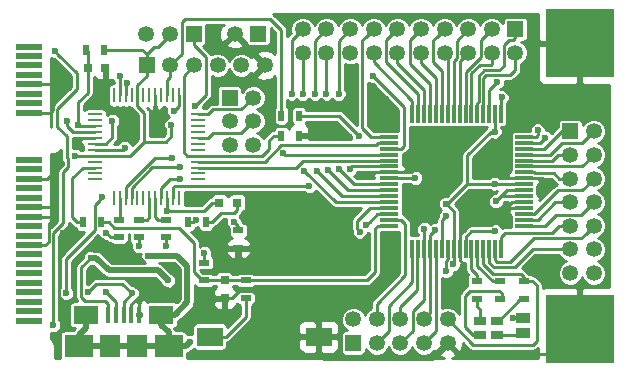
<source format=gbr>
G04 #@! TF.FileFunction,Copper,L1,Top,Signal*
%FSLAX46Y46*%
G04 Gerber Fmt 4.6, Leading zero omitted, Abs format (unit mm)*
G04 Created by KiCad (PCBNEW 4.0.2+e4-6225~38~ubuntu14.04.1-stable) date Wed 15 Jun 2016 03:03:26 PM ART*
%MOMM*%
G01*
G04 APERTURE LIST*
%ADD10C,0.100000*%
%ADD11R,0.750000X0.800000*%
%ADD12R,1.270000X0.965200*%
%ADD13R,2.300000X0.600000*%
%ADD14R,1.000000X0.700000*%
%ADD15R,0.398780X1.348740*%
%ADD16R,2.100580X1.501140*%
%ADD17R,2.400300X1.899920*%
%ADD18R,1.800860X1.899920*%
%ADD19R,0.900000X0.500000*%
%ADD20R,0.500000X0.900000*%
%ADD21R,0.300000X1.500000*%
%ADD22R,1.500000X0.300000*%
%ADD23R,5.800000X5.800000*%
%ADD24R,2.180000X1.600000*%
%ADD25R,0.797560X0.797560*%
%ADD26R,1.350000X1.350000*%
%ADD27C,1.350000*%
%ADD28R,1.300000X0.250000*%
%ADD29R,0.250000X1.300000*%
%ADD30R,0.800000X0.750000*%
%ADD31C,0.600000*%
%ADD32C,0.250000*%
%ADD33C,0.500000*%
%ADD34C,0.254000*%
G04 APERTURE END LIST*
D10*
D11*
X67050000Y-123000000D03*
X67050000Y-124500000D03*
D12*
X92300000Y-127435000D03*
X92300000Y-126165000D03*
D13*
X50450000Y-103200000D03*
X50450000Y-104000000D03*
X50450000Y-104800000D03*
X50450000Y-105600000D03*
X50450000Y-106400000D03*
X50450000Y-107200000D03*
X50450000Y-108000000D03*
X50450000Y-108800000D03*
X50450000Y-112800000D03*
X50450000Y-113600000D03*
X50450000Y-114400000D03*
X50450000Y-115200000D03*
X50450000Y-116000000D03*
X50450000Y-116800000D03*
X50450000Y-117600000D03*
X50450000Y-118400000D03*
X50450000Y-119200000D03*
X50450000Y-120000000D03*
X50450000Y-120800000D03*
X50450000Y-121600000D03*
X50450000Y-122400000D03*
X50450000Y-123200000D03*
X50450000Y-124000000D03*
X50450000Y-124800000D03*
X50450000Y-125600000D03*
X50450000Y-126400000D03*
D14*
X88700000Y-127600000D03*
X88700000Y-126400000D03*
X90100000Y-126400000D03*
X90100000Y-127600000D03*
D15*
X58500000Y-125900000D03*
X57849760Y-125900000D03*
X59150240Y-125900000D03*
X57199520Y-125900000D03*
X59800480Y-125900000D03*
D16*
X55299600Y-125900000D03*
X61700400Y-125900000D03*
D17*
X54700160Y-128549220D03*
X62299840Y-128549220D03*
D18*
X57349380Y-128549220D03*
X59650620Y-128549220D03*
D19*
X68830000Y-124500000D03*
X68830000Y-123000000D03*
X65330000Y-121500000D03*
X65330000Y-123000000D03*
X88400000Y-124550000D03*
X88400000Y-123050000D03*
X90400000Y-124550000D03*
X90400000Y-123050000D03*
X92400000Y-124550000D03*
X92400000Y-123050000D03*
X62070000Y-119340000D03*
X62070000Y-117840000D03*
X59770000Y-119340000D03*
X59770000Y-117840000D03*
X68220000Y-118760000D03*
X68220000Y-120260000D03*
D20*
X63960000Y-118070000D03*
X65460000Y-118070000D03*
D21*
X82950000Y-120300000D03*
X83450000Y-120300000D03*
X83950000Y-120300000D03*
X84450000Y-120300000D03*
X84950000Y-120300000D03*
X85450000Y-120300000D03*
X85950000Y-120300000D03*
X86450000Y-120300000D03*
X86950000Y-120300000D03*
X87450000Y-120300000D03*
X87950000Y-120300000D03*
X88450000Y-120300000D03*
X88950000Y-120300000D03*
X89450000Y-120300000D03*
X89950000Y-120300000D03*
X90450000Y-120300000D03*
D22*
X92400000Y-118350000D03*
X92400000Y-117850000D03*
X92400000Y-117350000D03*
X92400000Y-116850000D03*
X92400000Y-116350000D03*
X92400000Y-115850000D03*
X92400000Y-115350000D03*
X92400000Y-114850000D03*
X92400000Y-114350000D03*
X92400000Y-113850000D03*
X92400000Y-113350000D03*
X92400000Y-112850000D03*
X92400000Y-112350000D03*
X92400000Y-111850000D03*
X92400000Y-111350000D03*
X92400000Y-110850000D03*
D21*
X90450000Y-108900000D03*
X89950000Y-108900000D03*
X89450000Y-108900000D03*
X88950000Y-108900000D03*
X88450000Y-108900000D03*
X87950000Y-108900000D03*
X87450000Y-108900000D03*
X86950000Y-108900000D03*
X86450000Y-108900000D03*
X85950000Y-108900000D03*
X85450000Y-108900000D03*
X84950000Y-108900000D03*
X84450000Y-108900000D03*
X83950000Y-108900000D03*
X83450000Y-108900000D03*
X82950000Y-108900000D03*
D22*
X81000000Y-110850000D03*
X81000000Y-111350000D03*
X81000000Y-111850000D03*
X81000000Y-112350000D03*
X81000000Y-112850000D03*
X81000000Y-113350000D03*
X81000000Y-113850000D03*
X81000000Y-114350000D03*
X81000000Y-114850000D03*
X81000000Y-115350000D03*
X81000000Y-115850000D03*
X81000000Y-116350000D03*
X81000000Y-116850000D03*
X81000000Y-117350000D03*
X81000000Y-117850000D03*
X81000000Y-118350000D03*
D23*
X97100000Y-127100000D03*
X97100000Y-102900000D03*
D24*
X75010000Y-127750000D03*
X65805140Y-127745360D03*
D25*
X68110000Y-116400000D03*
X66611400Y-116400000D03*
D26*
X96300000Y-110375000D03*
D27*
X96300000Y-112375000D03*
X96300000Y-114375000D03*
X96300000Y-116375000D03*
X96300000Y-118375000D03*
X96300000Y-120375000D03*
X96300000Y-122375000D03*
X98300000Y-110375000D03*
X98300000Y-112375000D03*
X98300000Y-114375000D03*
X98300000Y-116375000D03*
X98300000Y-118375000D03*
X98300000Y-120375000D03*
X98300000Y-122375000D03*
D26*
X69900000Y-102100000D03*
D27*
X67900000Y-102100000D03*
D26*
X77925000Y-128300000D03*
D27*
X79925000Y-128300000D03*
X81925000Y-128300000D03*
X83925000Y-128300000D03*
X85925000Y-128300000D03*
X77925000Y-126300000D03*
X79925000Y-126300000D03*
X81925000Y-126300000D03*
X83925000Y-126300000D03*
X85925000Y-126300000D03*
D26*
X60460000Y-104770000D03*
D27*
X62460000Y-104770000D03*
X64460000Y-104770000D03*
X66460000Y-104770000D03*
X68460000Y-104770000D03*
X70460000Y-104770000D03*
D20*
X55080000Y-118090000D03*
X56580000Y-118090000D03*
D19*
X58090000Y-117840000D03*
X58090000Y-119340000D03*
D28*
X56070000Y-108940000D03*
X56070000Y-109440000D03*
X56070000Y-109940000D03*
X56070000Y-110440000D03*
X56070000Y-110940000D03*
X56070000Y-111440000D03*
X56070000Y-111940000D03*
X56070000Y-112440000D03*
X56070000Y-112940000D03*
X56070000Y-113440000D03*
X56070000Y-113940000D03*
X56070000Y-114440000D03*
D29*
X57670000Y-116040000D03*
X58170000Y-116040000D03*
X58670000Y-116040000D03*
X59170000Y-116040000D03*
X59670000Y-116040000D03*
X60170000Y-116040000D03*
X60670000Y-116040000D03*
X61170000Y-116040000D03*
X61670000Y-116040000D03*
X62170000Y-116040000D03*
X62670000Y-116040000D03*
X63170000Y-116040000D03*
D28*
X64770000Y-114440000D03*
X64770000Y-113940000D03*
X64770000Y-113440000D03*
X64770000Y-112940000D03*
X64770000Y-112440000D03*
X64770000Y-111940000D03*
X64770000Y-111440000D03*
X64770000Y-110940000D03*
X64770000Y-110440000D03*
X64770000Y-109940000D03*
X64770000Y-109440000D03*
X64770000Y-108940000D03*
D29*
X63170000Y-107340000D03*
X62670000Y-107340000D03*
X62170000Y-107340000D03*
X61670000Y-107340000D03*
X61170000Y-107340000D03*
X60670000Y-107340000D03*
X60170000Y-107340000D03*
X59670000Y-107340000D03*
X59170000Y-107340000D03*
X58670000Y-107340000D03*
X58170000Y-107340000D03*
X57670000Y-107340000D03*
D26*
X64420000Y-102120000D03*
D27*
X62420000Y-102120000D03*
X60420000Y-102120000D03*
D26*
X91675000Y-101725000D03*
D27*
X89675000Y-101725000D03*
X87675000Y-101725000D03*
X85675000Y-101725000D03*
X83675000Y-101725000D03*
X81675000Y-101725000D03*
X79675000Y-101725000D03*
X77675000Y-101725000D03*
X75675000Y-101725000D03*
X73675000Y-101725000D03*
X91675000Y-103725000D03*
X89675000Y-103725000D03*
X87675000Y-103725000D03*
X85675000Y-103725000D03*
X83675000Y-103725000D03*
X81675000Y-103725000D03*
X79675000Y-103725000D03*
X77675000Y-103725000D03*
X75675000Y-103725000D03*
X73675000Y-103725000D03*
D26*
X67475000Y-107525000D03*
D27*
X67475000Y-109525000D03*
X67475000Y-111525000D03*
X69475000Y-107525000D03*
X69475000Y-109525000D03*
X69475000Y-111525000D03*
D20*
X73350000Y-109050000D03*
X71850000Y-109050000D03*
X71850000Y-110750000D03*
X73350000Y-110750000D03*
X56850000Y-103450000D03*
X55350000Y-103450000D03*
D30*
X55450000Y-105050000D03*
X56950000Y-105050000D03*
D31*
X57000000Y-106750000D03*
X77400000Y-110750000D03*
X61700000Y-110700000D03*
X52491709Y-108041709D03*
X79150000Y-114100000D03*
X80745446Y-107650000D03*
X79808290Y-109841710D03*
X85850000Y-124050000D03*
X87350000Y-121650000D03*
X70350000Y-123700000D03*
X52900000Y-106400000D03*
X53500000Y-127000000D03*
X52750000Y-116400000D03*
X52750000Y-117600000D03*
X53400000Y-119000000D03*
X53250000Y-113150000D03*
X54650000Y-111150000D03*
X67925000Y-121625000D03*
X87250000Y-118675000D03*
X85550000Y-113450000D03*
X68080000Y-125880000D03*
X92510000Y-107460000D03*
X93910000Y-114510000D03*
X60850000Y-124325000D03*
X87450000Y-116250000D03*
X89900000Y-113750000D03*
X90850000Y-117650000D03*
X57019599Y-118950766D03*
X78400000Y-110750000D03*
X62550000Y-109800000D03*
X91425000Y-126199998D03*
X64600000Y-117850000D03*
X65325000Y-120700000D03*
X54390000Y-112430000D03*
X89900000Y-114800000D03*
X85800000Y-116500000D03*
X89900000Y-110400000D03*
X86400000Y-121600000D03*
X83200000Y-114300000D03*
X57530000Y-109500000D03*
X58580000Y-111780000D03*
X90500000Y-107500000D03*
X90100000Y-106200000D03*
X90000000Y-116300000D03*
X64150000Y-128175000D03*
X60600000Y-120900000D03*
X52550000Y-126775000D03*
X52675000Y-103575000D03*
X79650000Y-105700000D03*
X76700000Y-107200000D03*
X77675000Y-113550000D03*
X78484130Y-118857465D03*
X75650000Y-107175000D03*
X76750000Y-113575000D03*
X79027717Y-118313879D03*
X85775000Y-122225000D03*
X84900000Y-118700000D03*
X89950000Y-118850000D03*
X83950000Y-118650000D03*
X94200000Y-110899998D03*
X58150000Y-105700000D03*
X62180000Y-117100000D03*
X59770000Y-120065000D03*
X57000000Y-124000000D03*
X62050000Y-120070000D03*
X59200000Y-124100000D03*
X55500000Y-124000000D03*
X75800000Y-113625000D03*
X74700000Y-107175000D03*
X74900000Y-113725000D03*
X73675000Y-107200000D03*
X73800000Y-113700000D03*
X72725000Y-107175000D03*
X62600000Y-112625000D03*
X63275000Y-113400000D03*
X62750000Y-108625000D03*
X63250000Y-114375000D03*
X67810000Y-118010000D03*
X71995798Y-112195798D03*
X74200000Y-115025000D03*
X85784018Y-117572348D03*
X64550000Y-108225000D03*
X56675001Y-115974999D03*
X53600000Y-124100000D03*
X54650356Y-109862580D03*
X53699998Y-109500000D03*
X58747410Y-106300000D03*
X93550000Y-110300000D03*
X62275000Y-123000000D03*
X55700000Y-121100000D03*
D32*
X56950000Y-105050000D02*
X56950000Y-106700000D01*
X56950000Y-106700000D02*
X57000000Y-106750000D01*
X73350000Y-110750000D02*
X77400000Y-110750000D01*
X94950000Y-129250000D02*
X86875000Y-129250000D01*
X86875000Y-129250000D02*
X85925000Y-128300000D01*
X97100000Y-127100000D02*
X94950000Y-129250000D01*
X61400001Y-110400001D02*
X61700000Y-110700000D01*
X61170000Y-107340000D02*
X61170000Y-110170000D01*
X61170000Y-110170000D02*
X61400001Y-110400001D01*
X75010000Y-127750000D02*
X75010000Y-126760000D01*
X75010000Y-126760000D02*
X74075000Y-125825000D01*
X71075000Y-125825000D02*
X70350000Y-125100000D01*
X74075000Y-125825000D02*
X71075000Y-125825000D01*
X70350000Y-125100000D02*
X70350000Y-123700000D01*
X50450000Y-108800000D02*
X52250000Y-108800000D01*
X52491709Y-108558291D02*
X52491709Y-108041709D01*
X52250000Y-108800000D02*
X52491709Y-108558291D01*
X52491709Y-108041709D02*
X52900000Y-107750000D01*
X79400000Y-113850000D02*
X79150000Y-114100000D01*
X81000000Y-113850000D02*
X79400000Y-113850000D01*
X80745446Y-108904554D02*
X79808290Y-109841710D01*
X80745446Y-107650000D02*
X80745446Y-108904554D01*
X87350000Y-121650000D02*
X87350000Y-122550000D01*
X87350000Y-122550000D02*
X85850000Y-124050000D01*
X86950000Y-120300000D02*
X86950000Y-121250000D01*
X86950000Y-121250000D02*
X87350000Y-121650000D01*
X67050000Y-124500000D02*
X67675000Y-124500000D01*
X67675000Y-124500000D02*
X68475000Y-123700000D01*
X68475000Y-123700000D02*
X70350000Y-123700000D01*
X50450000Y-120000000D02*
X51850000Y-120000000D01*
X51850000Y-120000000D02*
X52147590Y-119702410D01*
X52147590Y-119702410D02*
X52147590Y-118202410D01*
X52450001Y-117899999D02*
X52750000Y-117600000D01*
X52147590Y-118202410D02*
X52450001Y-117899999D01*
X86950000Y-120300000D02*
X86950000Y-118975000D01*
X86950000Y-118975000D02*
X87250000Y-118675000D01*
X50450000Y-106400000D02*
X52900000Y-106400000D01*
X52900000Y-107750000D02*
X52900000Y-106400000D01*
X53400000Y-119000000D02*
X53022599Y-119377401D01*
X53022599Y-119377401D02*
X53022599Y-124377153D01*
X53022599Y-124377153D02*
X53500000Y-124854554D01*
X53500000Y-124854554D02*
X53500000Y-127000000D01*
X50450000Y-114400000D02*
X52000000Y-114400000D01*
X52000000Y-114400000D02*
X53250000Y-113150000D01*
X50450000Y-116800000D02*
X52350000Y-116800000D01*
X52350000Y-116800000D02*
X52750000Y-116400000D01*
X50450000Y-117600000D02*
X52750000Y-117600000D01*
X56070000Y-110940000D02*
X54860000Y-110940000D01*
X54860000Y-110940000D02*
X54650000Y-111150000D01*
D33*
X68220000Y-120260000D02*
X68220000Y-121330000D01*
X68220000Y-121330000D02*
X67925000Y-121625000D01*
X85925000Y-128300000D02*
X84700000Y-129525000D01*
X84700000Y-129525000D02*
X75450000Y-129525000D01*
X75450000Y-129525000D02*
X75010000Y-129085000D01*
X75010000Y-129085000D02*
X75010000Y-127750000D01*
D32*
X87250000Y-118675000D02*
X87375000Y-118800000D01*
X87450000Y-118425000D02*
X87450000Y-117750000D01*
X87450000Y-118450000D02*
X87450000Y-117750000D01*
X87450000Y-117750000D02*
X87450000Y-116250000D01*
X82795446Y-113850000D02*
X83195446Y-113450000D01*
X83195446Y-113450000D02*
X85550000Y-113450000D01*
X81000000Y-113850000D02*
X82795446Y-113850000D01*
X68070000Y-125870000D02*
X68060000Y-125870000D01*
X68080000Y-125880000D02*
X68070000Y-125870000D01*
X92510000Y-107460000D02*
X92510000Y-108810000D01*
X89900000Y-112120000D02*
X89900000Y-113750000D01*
X90940000Y-111080000D02*
X89900000Y-112120000D01*
X90940000Y-110380000D02*
X90940000Y-111080000D01*
X92510000Y-108810000D02*
X90940000Y-110380000D01*
X92400000Y-114350000D02*
X93750000Y-114350000D01*
X93750000Y-114350000D02*
X93910000Y-114510000D01*
X59800480Y-125900000D02*
X59800480Y-124925480D01*
X59800480Y-124925480D02*
X59525000Y-124650000D01*
X59150240Y-125900000D02*
X59150240Y-125024760D01*
X59850000Y-124325000D02*
X60850000Y-124325000D01*
X59150240Y-125024760D02*
X59525000Y-124650000D01*
X59525000Y-124650000D02*
X59850000Y-124325000D01*
X87250000Y-118650000D02*
X87450000Y-118450000D01*
X92400000Y-114350000D02*
X90500000Y-114350000D01*
X90500000Y-114350000D02*
X89900000Y-113750000D01*
X92400000Y-116850000D02*
X90850000Y-116850000D01*
X92400000Y-116350000D02*
X91350000Y-116350000D01*
X90850000Y-116850000D02*
X90850000Y-117650000D01*
X91350000Y-116350000D02*
X90850000Y-116850000D01*
X83377401Y-123797599D02*
X81925000Y-125250000D01*
X81925000Y-125250000D02*
X81925000Y-126300000D01*
X83450000Y-120300000D02*
X83450000Y-121000000D01*
X83450000Y-121000000D02*
X83377401Y-121072599D01*
X83377401Y-121072599D02*
X83377401Y-123797599D01*
X57390000Y-119340000D02*
X57019599Y-118969599D01*
X58090000Y-119340000D02*
X57390000Y-119340000D01*
X57019599Y-118969599D02*
X57019599Y-118950766D01*
X56850000Y-103450000D02*
X60065000Y-103450000D01*
X60065000Y-103450000D02*
X60460000Y-103845000D01*
X76700000Y-109050000D02*
X78100001Y-110450001D01*
X73350000Y-109050000D02*
X76700000Y-109050000D01*
X78100001Y-110450001D02*
X78400000Y-110750000D01*
X60440000Y-104750000D02*
X60460000Y-104770000D01*
X62072599Y-111277401D02*
X62550000Y-110800000D01*
X62550000Y-110800000D02*
X62550000Y-109800000D01*
X60230000Y-111270000D02*
X61415446Y-111270000D01*
X61415446Y-111270000D02*
X61422847Y-111277401D01*
X61422847Y-111277401D02*
X62072599Y-111277401D01*
X62420000Y-102120000D02*
X62420000Y-102180000D01*
X62420000Y-102180000D02*
X61400000Y-103200000D01*
X61400000Y-103200000D02*
X61105000Y-103200000D01*
X61105000Y-103200000D02*
X60460000Y-103845000D01*
X60460000Y-103845000D02*
X60460000Y-104770000D01*
X91849264Y-126199998D02*
X91425000Y-126199998D01*
X92265002Y-126199998D02*
X91849264Y-126199998D01*
X92300000Y-126165000D02*
X92265002Y-126199998D01*
X59060000Y-112440000D02*
X60230000Y-111270000D01*
X60230000Y-111270000D02*
X60230000Y-108800000D01*
X56070000Y-112440000D02*
X59060000Y-112440000D01*
X63960000Y-118070000D02*
X64380000Y-118070000D01*
X64380000Y-118070000D02*
X64600000Y-117850000D01*
X65325000Y-120700000D02*
X65325000Y-121495000D01*
X65325000Y-121495000D02*
X65330000Y-121500000D01*
X59670000Y-107340000D02*
X59670000Y-108240000D01*
X59670000Y-108240000D02*
X60230000Y-108800000D01*
X60460000Y-104770000D02*
X60460000Y-105695000D01*
X60460000Y-105695000D02*
X59670000Y-106485000D01*
X59670000Y-106485000D02*
X59670000Y-107340000D01*
X56070000Y-112440000D02*
X54400000Y-112440000D01*
X54400000Y-112440000D02*
X54390000Y-112430000D01*
X89900000Y-110400000D02*
X89600000Y-110400000D01*
X87600000Y-112400000D02*
X87600000Y-114850000D01*
X89600000Y-110400000D02*
X87600000Y-112400000D01*
X89900000Y-114800000D02*
X89900000Y-114850000D01*
X89900000Y-114850000D02*
X89900000Y-114800000D01*
X89900000Y-114800000D02*
X89900000Y-114850000D01*
X92400000Y-114850000D02*
X89900000Y-114850000D01*
X89900000Y-114850000D02*
X87600000Y-114850000D01*
X87600000Y-114850000D02*
X87550000Y-114850000D01*
X85900000Y-116500000D02*
X85800000Y-116500000D01*
X87550000Y-114850000D02*
X85900000Y-116500000D01*
X86450000Y-120300000D02*
X86450000Y-117150000D01*
X86450000Y-117150000D02*
X85800000Y-116500000D01*
X89950000Y-108900000D02*
X89950000Y-110350000D01*
X89950000Y-110350000D02*
X89900000Y-110400000D01*
X86450000Y-121550000D02*
X86450000Y-120300000D01*
X86400000Y-121600000D02*
X86450000Y-121550000D01*
X81000000Y-114350000D02*
X83150000Y-114350000D01*
X83150000Y-114350000D02*
X83200000Y-114300000D01*
X56070000Y-111440000D02*
X56970000Y-111440000D01*
X56970000Y-111440000D02*
X57530000Y-110880000D01*
X57530000Y-110880000D02*
X57530000Y-109500000D01*
X56070000Y-111940000D02*
X58420000Y-111940000D01*
X58420000Y-111940000D02*
X58580000Y-111780000D01*
X90450000Y-108900000D02*
X90450000Y-107550000D01*
X90450000Y-107550000D02*
X90500000Y-107500000D01*
X89450000Y-108900000D02*
X89450000Y-106850000D01*
X89450000Y-106850000D02*
X90100000Y-106200000D01*
X92400000Y-115350000D02*
X90950000Y-115350000D01*
X90950000Y-115350000D02*
X90450000Y-115850000D01*
X92400000Y-115850000D02*
X90450000Y-115850000D01*
X90450000Y-115850000D02*
X90000000Y-116300000D01*
D33*
X62299840Y-128549220D02*
X63775780Y-128549220D01*
X63775780Y-128549220D02*
X64150000Y-128175000D01*
X63900000Y-121800000D02*
X63900000Y-121800000D01*
X62850000Y-125900000D02*
X63900000Y-124850000D01*
X63900000Y-124850000D02*
X63900000Y-121800000D01*
X61700400Y-125900000D02*
X62850000Y-125900000D01*
X63000000Y-120900000D02*
X60600000Y-120900000D01*
X63900000Y-121800000D02*
X63000000Y-120900000D01*
X61700400Y-125900000D02*
X61700400Y-126800400D01*
X61700400Y-126800400D02*
X62299840Y-127399840D01*
X62299840Y-127399840D02*
X62299840Y-128549220D01*
X59650620Y-128549220D02*
X62299840Y-128549220D01*
X57349380Y-128549220D02*
X59650620Y-128549220D01*
X54700160Y-128549220D02*
X57349380Y-128549220D01*
X54700160Y-128549220D02*
X54700160Y-127599840D01*
X54700160Y-127599840D02*
X55299600Y-127000400D01*
X55299600Y-127000400D02*
X55299600Y-125900000D01*
D32*
X90100000Y-127600000D02*
X92135000Y-127600000D01*
X92135000Y-127600000D02*
X92300000Y-127435000D01*
X52974999Y-103874999D02*
X52675000Y-103575000D01*
X53395446Y-113859108D02*
X53827401Y-113427153D01*
X52894120Y-108455880D02*
X54550000Y-106800000D01*
X53675000Y-110775000D02*
X52894120Y-109994120D01*
X53675000Y-112569554D02*
X53675000Y-110775000D01*
X54550000Y-106800000D02*
X54550000Y-105450000D01*
X53827401Y-113427153D02*
X53827401Y-112721955D01*
X52550000Y-118995446D02*
X53395446Y-118150000D01*
X52894120Y-109994120D02*
X52894120Y-108455880D01*
X52550000Y-126775000D02*
X52550000Y-118995446D01*
X53395446Y-118150000D02*
X53395446Y-113859108D01*
X54550000Y-105450000D02*
X52974999Y-103874999D01*
X53827401Y-112721955D02*
X53675000Y-112569554D01*
X52550000Y-126775000D02*
X52500000Y-126725000D01*
X90500000Y-124550000D02*
X90500000Y-124100000D01*
X88100000Y-127600000D02*
X88700000Y-127600000D01*
X87400000Y-126900000D02*
X88100000Y-127600000D01*
X87400000Y-124300000D02*
X87400000Y-126900000D01*
X87800000Y-123900000D02*
X87400000Y-124300000D01*
X90300000Y-123900000D02*
X87800000Y-123900000D01*
X90500000Y-124100000D02*
X90300000Y-123900000D01*
X88700000Y-126400000D02*
X88700000Y-125500000D01*
X88400000Y-125200000D02*
X88400000Y-124550000D01*
X88700000Y-125500000D02*
X88400000Y-125200000D01*
X90100000Y-126400000D02*
X90250000Y-126400000D01*
X90250000Y-126400000D02*
X92100000Y-124550000D01*
X92100000Y-124550000D02*
X92400000Y-124550000D01*
X88950000Y-108900000D02*
X88950000Y-105859554D01*
X88950000Y-105859554D02*
X89186955Y-105622599D01*
X89186955Y-105622599D02*
X91227401Y-105622599D01*
X91227401Y-105622599D02*
X91675000Y-105175000D01*
X91675000Y-105175000D02*
X91675000Y-103725000D01*
X89450000Y-120300000D02*
X89450000Y-121500000D01*
X89450000Y-121500000D02*
X89850000Y-121900000D01*
X89850000Y-121900000D02*
X91600000Y-121900000D01*
X91600000Y-121900000D02*
X93125000Y-120375000D01*
X93125000Y-120375000D02*
X96300000Y-120375000D01*
X88450000Y-108900000D02*
X88450000Y-107975000D01*
X90304811Y-105220189D02*
X90722599Y-104802401D01*
X88450000Y-107975000D02*
X88547590Y-107877410D01*
X88547590Y-107877410D02*
X88547590Y-105692871D01*
X89020272Y-105220189D02*
X90304811Y-105220189D01*
X90722599Y-104802401D02*
X90722599Y-103077401D01*
X91125000Y-102675000D02*
X91450000Y-102675000D01*
X88547590Y-105692871D02*
X89020272Y-105220189D01*
X90722599Y-103077401D02*
X91125000Y-102675000D01*
X91675000Y-102450000D02*
X91675000Y-101725000D01*
X91450000Y-102675000D02*
X91675000Y-102450000D01*
X89950000Y-120300000D02*
X89950000Y-121300000D01*
X89950000Y-121300000D02*
X90100000Y-121450000D01*
X90100000Y-121450000D02*
X91225000Y-121450000D01*
X91225000Y-121450000D02*
X93252401Y-119422599D01*
X93252401Y-119422599D02*
X97252401Y-119422599D01*
X97252401Y-119422599D02*
X97625001Y-119049999D01*
X97625001Y-119049999D02*
X98300000Y-118375000D01*
X87950000Y-108900000D02*
X87950000Y-105450000D01*
X87950000Y-105450000D02*
X88650000Y-104750000D01*
X88650000Y-104750000D02*
X89604594Y-104750000D01*
X89604594Y-104750000D02*
X89675000Y-104679594D01*
X89675000Y-104679594D02*
X89675000Y-103725000D01*
X90800000Y-118950000D02*
X94770406Y-118950000D01*
X94770406Y-118950000D02*
X95345406Y-118375000D01*
X95345406Y-118375000D02*
X96300000Y-118375000D01*
X90450000Y-119300000D02*
X90800000Y-118950000D01*
X90450000Y-120300000D02*
X90450000Y-119300000D01*
X87450000Y-108900000D02*
X87450000Y-105380907D01*
X87450000Y-105380907D02*
X88722599Y-104108308D01*
X88722599Y-104108308D02*
X88722599Y-102677401D01*
X88722599Y-102677401D02*
X89000001Y-102399999D01*
X89000001Y-102399999D02*
X89675000Y-101725000D01*
X92400000Y-118350000D02*
X94200000Y-118350000D01*
X94200000Y-118350000D02*
X95127401Y-117422599D01*
X95127401Y-117422599D02*
X97252401Y-117422599D01*
X97252401Y-117422599D02*
X98300000Y-116375000D01*
X86950000Y-108900000D02*
X86950000Y-104450000D01*
X86950000Y-104450000D02*
X87675000Y-103725000D01*
X92400000Y-117850000D02*
X93575000Y-117850000D01*
X95050000Y-116375000D02*
X96300000Y-116375000D01*
X93575000Y-117850000D02*
X95050000Y-116375000D01*
X86700000Y-104130907D02*
X86700000Y-102700000D01*
X86700000Y-102700000D02*
X87675000Y-101725000D01*
X86450000Y-108900000D02*
X86450000Y-104380907D01*
X86450000Y-104380907D02*
X86700000Y-104130907D01*
X92400000Y-117350000D02*
X93275000Y-117350000D01*
X93275000Y-117350000D02*
X95275000Y-115350000D01*
X95275000Y-115350000D02*
X97325000Y-115350000D01*
X97325000Y-115350000D02*
X98300000Y-114375000D01*
X84725000Y-104525000D02*
X84725000Y-104184554D01*
X84725000Y-104184554D02*
X84722599Y-104182153D01*
X84722599Y-104182153D02*
X84722599Y-102677401D01*
X84722599Y-102677401D02*
X85000001Y-102399999D01*
X85000001Y-102399999D02*
X85675000Y-101725000D01*
X85450000Y-105250000D02*
X84725000Y-104525000D01*
X85450000Y-108900000D02*
X85450000Y-105250000D01*
X92400000Y-113850000D02*
X93250000Y-113850000D01*
X93250000Y-113850000D02*
X93332599Y-113932599D01*
X93332599Y-113932599D02*
X94903005Y-113932599D01*
X94903005Y-113932599D02*
X95345406Y-114375000D01*
X95345406Y-114375000D02*
X96300000Y-114375000D01*
X84950000Y-108900000D02*
X84950000Y-105875000D01*
X84950000Y-105875000D02*
X83675000Y-104600000D01*
X83675000Y-104600000D02*
X83675000Y-103725000D01*
X92400000Y-113350000D02*
X97325000Y-113350000D01*
X97325000Y-113350000D02*
X98300000Y-112375000D01*
X84450000Y-108900000D02*
X84450000Y-106400000D01*
X84450000Y-106400000D02*
X82722599Y-104672599D01*
X82722599Y-104672599D02*
X82722599Y-102677401D01*
X82722599Y-102677401D02*
X83675000Y-101725000D01*
X94775000Y-112850000D02*
X95250000Y-112375000D01*
X95250000Y-112375000D02*
X96300000Y-112375000D01*
X92400000Y-112850000D02*
X94775000Y-112850000D01*
X83950000Y-108900000D02*
X83950000Y-106875000D01*
X83950000Y-106875000D02*
X81675000Y-104600000D01*
X81675000Y-104600000D02*
X81675000Y-103725000D01*
X92400000Y-112350000D02*
X94623651Y-112350000D01*
X94623651Y-112350000D02*
X95573651Y-111400000D01*
X95573651Y-111400000D02*
X97275000Y-111400000D01*
X97275000Y-111400000D02*
X97625001Y-111049999D01*
X97625001Y-111049999D02*
X98300000Y-110375000D01*
X83450000Y-108900000D02*
X83450000Y-107225000D01*
X83450000Y-107225000D02*
X80722599Y-104497599D01*
X80722599Y-104497599D02*
X80722599Y-102677401D01*
X80722599Y-102677401D02*
X81000001Y-102399999D01*
X81000001Y-102399999D02*
X81675000Y-101725000D01*
X92400000Y-111850000D02*
X94100000Y-111850000D01*
X94100000Y-111850000D02*
X95575000Y-110375000D01*
X95575000Y-110375000D02*
X96300000Y-110375000D01*
X82950000Y-108900000D02*
X82950000Y-107775000D01*
X82950000Y-107775000D02*
X79675000Y-104500000D01*
X79675000Y-104500000D02*
X79675000Y-103725000D01*
X85950000Y-108900000D02*
X85950000Y-104000000D01*
X85950000Y-104000000D02*
X85675000Y-103725000D01*
X82275000Y-111575000D02*
X82275000Y-108325000D01*
X82275000Y-108325000D02*
X79650000Y-105700000D01*
X81000000Y-111850000D02*
X82000000Y-111850000D01*
X82000000Y-111850000D02*
X82275000Y-111575000D01*
X76700000Y-102700000D02*
X76700000Y-106775736D01*
X77675000Y-101725000D02*
X76700000Y-102700000D01*
X76700000Y-106775736D02*
X76700000Y-107200000D01*
X81000000Y-113350000D02*
X77875000Y-113350000D01*
X77875000Y-113350000D02*
X77675000Y-113550000D01*
X81000000Y-116850000D02*
X79350000Y-116850000D01*
X79350000Y-116850000D02*
X78275000Y-117925000D01*
X78275000Y-117925000D02*
X78275000Y-118648335D01*
X78275000Y-118648335D02*
X78484130Y-118857465D01*
X75675000Y-103725000D02*
X75675000Y-107150000D01*
X75675000Y-107150000D02*
X75650000Y-107175000D01*
X81000000Y-114850000D02*
X78025000Y-114850000D01*
X78025000Y-114850000D02*
X76750000Y-113575000D01*
X82350000Y-122575000D02*
X79925000Y-125000000D01*
X79925000Y-125000000D02*
X79925000Y-126300000D01*
X82350000Y-118200000D02*
X82350000Y-122575000D01*
X81000000Y-117850000D02*
X82000000Y-117850000D01*
X82000000Y-117850000D02*
X82350000Y-118200000D01*
X79991596Y-117350000D02*
X79327716Y-118013880D01*
X81000000Y-117350000D02*
X79991596Y-117350000D01*
X79327716Y-118013880D02*
X79027717Y-118313879D01*
X82950000Y-120300000D02*
X82950000Y-123150000D01*
X82950000Y-123150000D02*
X80972599Y-125127401D01*
X80972599Y-125127401D02*
X80972599Y-127252401D01*
X80972599Y-127252401D02*
X79925000Y-128300000D01*
X85950000Y-120300000D02*
X85950000Y-121195446D01*
X85950000Y-121195446D02*
X85775000Y-121370446D01*
X85775000Y-121370446D02*
X85775000Y-122225000D01*
X84450000Y-120300000D02*
X84450000Y-125775000D01*
X84450000Y-125775000D02*
X83925000Y-126300000D01*
X84450000Y-120300000D02*
X84450000Y-119150000D01*
X84450000Y-119150000D02*
X84900000Y-118700000D01*
X87450000Y-120300000D02*
X87450000Y-119300000D01*
X87450000Y-119300000D02*
X87900000Y-118850000D01*
X87900000Y-118850000D02*
X89950000Y-118850000D01*
X83925000Y-128300000D02*
X84950000Y-127275000D01*
X84950000Y-127275000D02*
X84950000Y-120300000D01*
X83950000Y-120300000D02*
X83950000Y-124625000D01*
X83950000Y-124625000D02*
X82972599Y-125602401D01*
X82972599Y-125602401D02*
X82972599Y-127252401D01*
X82972599Y-127252401D02*
X81925000Y-128300000D01*
X83950000Y-119350000D02*
X83950000Y-118650000D01*
X83950000Y-119350000D02*
X83950000Y-120300000D01*
X65805140Y-127745360D02*
X67145140Y-127745360D01*
X67145140Y-127745360D02*
X68830000Y-126060500D01*
X68830000Y-126060500D02*
X68830000Y-125000000D01*
X68830000Y-125000000D02*
X68830000Y-124500000D01*
X85925000Y-126300000D02*
X88050000Y-128425000D01*
X93475000Y-123425000D02*
X93100000Y-123050000D01*
X93100000Y-123050000D02*
X92400000Y-123050000D01*
X88050000Y-128425000D02*
X93150000Y-128425000D01*
X93150000Y-128425000D02*
X93475000Y-128100000D01*
X93475000Y-128100000D02*
X93475000Y-123425000D01*
X92400000Y-123050000D02*
X92400000Y-122700000D01*
X88950000Y-121586398D02*
X88950000Y-120300000D01*
X89813604Y-122450002D02*
X88950000Y-121586398D01*
X92150002Y-122450002D02*
X89813604Y-122450002D01*
X92400000Y-122700000D02*
X92150002Y-122450002D01*
X88400000Y-123050000D02*
X88400000Y-122500000D01*
X87950000Y-122050000D02*
X87950000Y-120300000D01*
X88400000Y-122500000D02*
X87950000Y-122050000D01*
X88450000Y-120300000D02*
X88450000Y-121750000D01*
X89750000Y-123050000D02*
X90500000Y-123050000D01*
X88450000Y-121750000D02*
X89750000Y-123050000D01*
X92400000Y-111350000D02*
X93749998Y-111350000D01*
X93900001Y-111199997D02*
X94200000Y-110899998D01*
X93749998Y-111350000D02*
X93900001Y-111199997D01*
X58170000Y-107340000D02*
X58170000Y-105720000D01*
X58170000Y-105720000D02*
X58150000Y-105700000D01*
X65460000Y-118070000D02*
X65960000Y-118070000D01*
X65960000Y-118070000D02*
X66750000Y-117280000D01*
X66750000Y-117280000D02*
X67878780Y-117280000D01*
X67878780Y-117280000D02*
X68110000Y-117048780D01*
X68110000Y-117048780D02*
X68110000Y-116400000D01*
X66611400Y-116400000D02*
X65962620Y-116400000D01*
X65262620Y-117100000D02*
X62604264Y-117100000D01*
X62604264Y-117100000D02*
X62180000Y-117100000D01*
X65962620Y-116400000D02*
X65262620Y-117100000D01*
X62170000Y-116040000D02*
X62170000Y-117090000D01*
X62170000Y-117090000D02*
X62180000Y-117100000D01*
X59770000Y-120065000D02*
X59770000Y-119340000D01*
X57807860Y-126072900D02*
X57810400Y-126070360D01*
X57849760Y-124849760D02*
X57000000Y-124000000D01*
X57849760Y-125900000D02*
X57849760Y-124849760D01*
X62070000Y-120090000D02*
X62070000Y-119340000D01*
X58500000Y-124800000D02*
X59200000Y-124100000D01*
X58500000Y-125900000D02*
X58500000Y-124800000D01*
X56200000Y-123300000D02*
X58400000Y-123300000D01*
X59200000Y-124100000D02*
X58400000Y-123300000D01*
X55500000Y-124000000D02*
X56200000Y-123300000D01*
X75800000Y-113625000D02*
X77525000Y-115350000D01*
X77525000Y-115350000D02*
X81000000Y-115350000D01*
X75675000Y-101725000D02*
X74700000Y-102700000D01*
X74700000Y-102700000D02*
X74700000Y-103290446D01*
X74700000Y-103290446D02*
X74700000Y-107175000D01*
X74900000Y-113725000D02*
X77025000Y-115850000D01*
X77025000Y-115850000D02*
X80000000Y-115850000D01*
X80000000Y-115850000D02*
X81000000Y-115850000D01*
X73675000Y-103725000D02*
X73675000Y-107200000D01*
X81000000Y-110850000D02*
X79450000Y-110850000D01*
X79450000Y-110850000D02*
X78722599Y-110122599D01*
X78722599Y-110122599D02*
X78722599Y-102677401D01*
X78722599Y-102677401D02*
X79000001Y-102399999D01*
X79000001Y-102399999D02*
X79675000Y-101725000D01*
X76450000Y-116350000D02*
X80000000Y-116350000D01*
X73800000Y-113700000D02*
X76450000Y-116350000D01*
X80000000Y-116350000D02*
X81000000Y-116350000D01*
X73675000Y-101725000D02*
X72722599Y-102677401D01*
X72722599Y-102677401D02*
X72722599Y-107172599D01*
X72722599Y-107172599D02*
X72725000Y-107175000D01*
X58670000Y-116040000D02*
X58670000Y-115070907D01*
X61115907Y-112625000D02*
X62600000Y-112625000D01*
X58670000Y-115070907D02*
X61115907Y-112625000D01*
X59170000Y-116040000D02*
X59170000Y-115140000D01*
X59170000Y-115140000D02*
X60910000Y-113400000D01*
X60910000Y-113400000D02*
X63275000Y-113400000D01*
X66085000Y-110525000D02*
X68475000Y-110525000D01*
X68475000Y-110525000D02*
X69475000Y-109525000D01*
X64770000Y-110940000D02*
X65670000Y-110940000D01*
X65670000Y-110940000D02*
X66085000Y-110525000D01*
X66085000Y-108525000D02*
X68475000Y-108525000D01*
X68475000Y-108525000D02*
X69475000Y-107525000D01*
X64770000Y-108940000D02*
X65670000Y-108940000D01*
X65670000Y-108940000D02*
X66085000Y-108525000D01*
X63170000Y-107340000D02*
X63170000Y-108205000D01*
X63170000Y-108205000D02*
X62750000Y-108625000D01*
X61670000Y-116040000D02*
X61670000Y-115140000D01*
X61670000Y-115140000D02*
X62435000Y-114375000D01*
X62435000Y-114375000D02*
X63250000Y-114375000D01*
X68220000Y-118760000D02*
X68220000Y-118420000D01*
X68220000Y-118420000D02*
X67810000Y-118010000D01*
X54150000Y-114310000D02*
X55020000Y-113440000D01*
X55020000Y-113440000D02*
X56070000Y-113440000D01*
X54150000Y-117660000D02*
X54150000Y-114310000D01*
X55080000Y-118090000D02*
X54580000Y-118090000D01*
X54580000Y-118090000D02*
X54150000Y-117660000D01*
X58170000Y-116040000D02*
X58170000Y-117760000D01*
X58170000Y-117760000D02*
X58090000Y-117840000D01*
X61170000Y-116040000D02*
X61170000Y-117640000D01*
X61170000Y-117640000D02*
X61370000Y-117840000D01*
X61370000Y-117840000D02*
X62070000Y-117840000D01*
X59770000Y-117840000D02*
X60470000Y-117840000D01*
X60670000Y-117640000D02*
X60670000Y-116940000D01*
X60470000Y-117840000D02*
X60670000Y-117640000D01*
X60670000Y-116940000D02*
X60670000Y-116040000D01*
X72150000Y-112350000D02*
X71995798Y-112195798D01*
X81000000Y-112350000D02*
X72150000Y-112350000D01*
X73775736Y-115025000D02*
X74200000Y-115025000D01*
X62785000Y-115025000D02*
X73775736Y-115025000D01*
X62670000Y-115140000D02*
X62785000Y-115025000D01*
X62670000Y-116040000D02*
X62670000Y-115140000D01*
X73675000Y-112850000D02*
X81000000Y-112850000D01*
X73085000Y-113440000D02*
X73675000Y-112850000D01*
X64770000Y-113440000D02*
X73085000Y-113440000D01*
X85784018Y-117572348D02*
X85484019Y-117872347D01*
X85484019Y-117872347D02*
X85484019Y-119265981D01*
X85484019Y-119265981D02*
X85450000Y-119300000D01*
X85450000Y-119300000D02*
X85450000Y-120300000D01*
X65474999Y-104099999D02*
X65474999Y-107300001D01*
X64420000Y-103045000D02*
X65474999Y-104099999D01*
X64420000Y-102120000D02*
X64420000Y-103045000D01*
X64849999Y-107925001D02*
X64550000Y-108225000D01*
X65474999Y-107300001D02*
X64849999Y-107925001D01*
X56375002Y-116274998D02*
X56675001Y-115974999D01*
X56052599Y-118761921D02*
X56052599Y-116597401D01*
X56052599Y-116597401D02*
X56375002Y-116274998D01*
X53600000Y-124100000D02*
X53600000Y-121214520D01*
X53600000Y-121214520D02*
X56052599Y-118761921D01*
X57080000Y-118090000D02*
X56580000Y-118090000D01*
X65330000Y-123000000D02*
X65130000Y-123000000D01*
X64427410Y-119802410D02*
X63150000Y-118525000D01*
X57664888Y-118525000D02*
X57229888Y-118090000D01*
X63150000Y-118525000D02*
X57664888Y-118525000D01*
X64427410Y-122297410D02*
X64427410Y-119802410D01*
X57229888Y-118090000D02*
X57080000Y-118090000D01*
X65130000Y-123000000D02*
X64427410Y-122297410D01*
X68830000Y-123000000D02*
X79100000Y-123000000D01*
X80000000Y-118350000D02*
X81000000Y-118350000D01*
X79100000Y-123000000D02*
X79775000Y-122325000D01*
X79775000Y-122325000D02*
X79775000Y-118575000D01*
X79775000Y-118575000D02*
X80000000Y-118350000D01*
X67050000Y-123000000D02*
X68830000Y-123000000D01*
X65330000Y-123000000D02*
X67050000Y-123000000D01*
X62460000Y-104770000D02*
X63400000Y-103830000D01*
X63700000Y-100850000D02*
X70900000Y-100850000D01*
X63400000Y-103830000D02*
X63400000Y-101150000D01*
X63400000Y-101150000D02*
X63700000Y-100850000D01*
X70900000Y-100850000D02*
X71850000Y-101800000D01*
X71850000Y-108350000D02*
X71850000Y-109050000D01*
X71850000Y-101800000D02*
X71850000Y-108350000D01*
X62170000Y-106060000D02*
X62460000Y-105770000D01*
X62460000Y-105770000D02*
X62460000Y-104770000D01*
X62170000Y-107340000D02*
X62170000Y-106060000D01*
X71200000Y-110750000D02*
X71850000Y-110750000D01*
X70800000Y-111150000D02*
X71200000Y-110750000D01*
X70800000Y-111850000D02*
X70800000Y-111150000D01*
X70172599Y-112477401D02*
X70800000Y-111850000D01*
X66190000Y-112440000D02*
X66227401Y-112477401D01*
X66227401Y-112477401D02*
X70172599Y-112477401D01*
X64770000Y-112440000D02*
X66190000Y-112440000D01*
X63870000Y-112440000D02*
X64770000Y-112440000D01*
X63572401Y-112142401D02*
X63870000Y-112440000D01*
X63572401Y-105657599D02*
X63572401Y-112142401D01*
X64460000Y-104770000D02*
X63572401Y-105657599D01*
X55450000Y-105050000D02*
X55450000Y-103550000D01*
X55450000Y-103550000D02*
X55350000Y-103450000D01*
X54650356Y-109862580D02*
X54650356Y-107899644D01*
X54650356Y-107899644D02*
X55450000Y-107100000D01*
X55450000Y-107100000D02*
X55450000Y-105050000D01*
X54727776Y-109940000D02*
X54650356Y-109862580D01*
X56070000Y-109940000D02*
X54727776Y-109940000D01*
X56070000Y-110440000D02*
X54215734Y-110440000D01*
X54215734Y-110440000D02*
X53699998Y-109924264D01*
X53699998Y-109924264D02*
X53699998Y-109500000D01*
X80000000Y-111350000D02*
X81000000Y-111350000D01*
X79825000Y-111525000D02*
X80000000Y-111350000D01*
X71850000Y-111525000D02*
X79825000Y-111525000D01*
X70435000Y-112940000D02*
X71850000Y-111525000D01*
X64770000Y-112940000D02*
X70435000Y-112940000D01*
X58670000Y-107340000D02*
X58670000Y-106377410D01*
X58670000Y-106377410D02*
X58747410Y-106300000D01*
X93550000Y-110700000D02*
X93550000Y-110300000D01*
X92400000Y-110850000D02*
X93400000Y-110850000D01*
X93400000Y-110850000D02*
X93550000Y-110700000D01*
D33*
X62275000Y-123000000D02*
X61425000Y-122150000D01*
X61425000Y-122150000D02*
X57250000Y-122150000D01*
X57250000Y-122150000D02*
X56200000Y-121100000D01*
X56200000Y-121100000D02*
X55700000Y-121100000D01*
D32*
X55800000Y-121000000D02*
X55700000Y-121100000D01*
X57199520Y-125900000D02*
X57199520Y-124999520D01*
X57199520Y-124999520D02*
X56900000Y-124700000D01*
X56900000Y-124700000D02*
X55200000Y-124700000D01*
X55200000Y-124700000D02*
X54900000Y-124400000D01*
X54900000Y-124400000D02*
X54900000Y-121900000D01*
X54900000Y-121900000D02*
X55700000Y-121100000D01*
D34*
G36*
X58931536Y-119090000D02*
X58931536Y-119590000D01*
X58958103Y-119731190D01*
X59041546Y-119860865D01*
X59100626Y-119901232D01*
X59089118Y-119928946D01*
X59088882Y-120199865D01*
X59192339Y-120450252D01*
X59383741Y-120641987D01*
X59633946Y-120745882D01*
X59904865Y-120746118D01*
X59931006Y-120735317D01*
X59919118Y-120763946D01*
X59918882Y-121034865D01*
X60022339Y-121285252D01*
X60213741Y-121476987D01*
X60314919Y-121519000D01*
X57511369Y-121519000D01*
X56646184Y-120653816D01*
X56441473Y-120517032D01*
X56200000Y-120469000D01*
X55956182Y-120469000D01*
X55836054Y-120419118D01*
X55565135Y-120418882D01*
X55314748Y-120522339D01*
X55123013Y-120713741D01*
X55019118Y-120963946D01*
X55019030Y-121065378D01*
X54542204Y-121542204D01*
X54432517Y-121706362D01*
X54394000Y-121900000D01*
X54394000Y-124400000D01*
X54432517Y-124593638D01*
X54542204Y-124757796D01*
X54545374Y-124760966D01*
X54249310Y-124760966D01*
X54108120Y-124787533D01*
X53978445Y-124870976D01*
X53891451Y-124998296D01*
X53860846Y-125149430D01*
X53860846Y-126650570D01*
X53887413Y-126791760D01*
X53970856Y-126921435D01*
X54098176Y-127008429D01*
X54249310Y-127039034D01*
X54368598Y-127039034D01*
X54253976Y-127153656D01*
X54215796Y-127210796D01*
X53500010Y-127210796D01*
X53358820Y-127237363D01*
X53229145Y-127320806D01*
X53142151Y-127448126D01*
X53111546Y-127599260D01*
X53111546Y-129499180D01*
X53124684Y-129569000D01*
X52681000Y-129569000D01*
X52681000Y-128650000D01*
X52672719Y-128608367D01*
X52672719Y-128565917D01*
X52611823Y-128259770D01*
X52547468Y-128104402D01*
X52547464Y-128104398D01*
X52377000Y-127849281D01*
X52377000Y-127440541D01*
X52413946Y-127455882D01*
X52684865Y-127456118D01*
X52935252Y-127352661D01*
X53126987Y-127161259D01*
X53230882Y-126911054D01*
X53231118Y-126640135D01*
X53127661Y-126389748D01*
X53056000Y-126317962D01*
X53056000Y-124518972D01*
X53213741Y-124676987D01*
X53463946Y-124780882D01*
X53734865Y-124781118D01*
X53985252Y-124677661D01*
X54176987Y-124486259D01*
X54280882Y-124236054D01*
X54281118Y-123965135D01*
X54177661Y-123714748D01*
X54106000Y-123642962D01*
X54106000Y-121424112D01*
X56369473Y-119160639D01*
X56441938Y-119336018D01*
X56633340Y-119527753D01*
X56883545Y-119631648D01*
X56966128Y-119631720D01*
X57032204Y-119697796D01*
X57196362Y-119807483D01*
X57346400Y-119837327D01*
X57361546Y-119860865D01*
X57488866Y-119947859D01*
X57640000Y-119978464D01*
X58540000Y-119978464D01*
X58681190Y-119951897D01*
X58810865Y-119868454D01*
X58897859Y-119741134D01*
X58928464Y-119590000D01*
X58928464Y-119090000D01*
X58917362Y-119031000D01*
X58943484Y-119031000D01*
X58931536Y-119090000D01*
X58931536Y-119090000D01*
G37*
X58931536Y-119090000D02*
X58931536Y-119590000D01*
X58958103Y-119731190D01*
X59041546Y-119860865D01*
X59100626Y-119901232D01*
X59089118Y-119928946D01*
X59088882Y-120199865D01*
X59192339Y-120450252D01*
X59383741Y-120641987D01*
X59633946Y-120745882D01*
X59904865Y-120746118D01*
X59931006Y-120735317D01*
X59919118Y-120763946D01*
X59918882Y-121034865D01*
X60022339Y-121285252D01*
X60213741Y-121476987D01*
X60314919Y-121519000D01*
X57511369Y-121519000D01*
X56646184Y-120653816D01*
X56441473Y-120517032D01*
X56200000Y-120469000D01*
X55956182Y-120469000D01*
X55836054Y-120419118D01*
X55565135Y-120418882D01*
X55314748Y-120522339D01*
X55123013Y-120713741D01*
X55019118Y-120963946D01*
X55019030Y-121065378D01*
X54542204Y-121542204D01*
X54432517Y-121706362D01*
X54394000Y-121900000D01*
X54394000Y-124400000D01*
X54432517Y-124593638D01*
X54542204Y-124757796D01*
X54545374Y-124760966D01*
X54249310Y-124760966D01*
X54108120Y-124787533D01*
X53978445Y-124870976D01*
X53891451Y-124998296D01*
X53860846Y-125149430D01*
X53860846Y-126650570D01*
X53887413Y-126791760D01*
X53970856Y-126921435D01*
X54098176Y-127008429D01*
X54249310Y-127039034D01*
X54368598Y-127039034D01*
X54253976Y-127153656D01*
X54215796Y-127210796D01*
X53500010Y-127210796D01*
X53358820Y-127237363D01*
X53229145Y-127320806D01*
X53142151Y-127448126D01*
X53111546Y-127599260D01*
X53111546Y-129499180D01*
X53124684Y-129569000D01*
X52681000Y-129569000D01*
X52681000Y-128650000D01*
X52672719Y-128608367D01*
X52672719Y-128565917D01*
X52611823Y-128259770D01*
X52547468Y-128104402D01*
X52547464Y-128104398D01*
X52377000Y-127849281D01*
X52377000Y-127440541D01*
X52413946Y-127455882D01*
X52684865Y-127456118D01*
X52935252Y-127352661D01*
X53126987Y-127161259D01*
X53230882Y-126911054D01*
X53231118Y-126640135D01*
X53127661Y-126389748D01*
X53056000Y-126317962D01*
X53056000Y-124518972D01*
X53213741Y-124676987D01*
X53463946Y-124780882D01*
X53734865Y-124781118D01*
X53985252Y-124677661D01*
X54176987Y-124486259D01*
X54280882Y-124236054D01*
X54281118Y-123965135D01*
X54177661Y-123714748D01*
X54106000Y-123642962D01*
X54106000Y-121424112D01*
X56369473Y-119160639D01*
X56441938Y-119336018D01*
X56633340Y-119527753D01*
X56883545Y-119631648D01*
X56966128Y-119631720D01*
X57032204Y-119697796D01*
X57196362Y-119807483D01*
X57346400Y-119837327D01*
X57361546Y-119860865D01*
X57488866Y-119947859D01*
X57640000Y-119978464D01*
X58540000Y-119978464D01*
X58681190Y-119951897D01*
X58810865Y-119868454D01*
X58897859Y-119741134D01*
X58928464Y-119590000D01*
X58928464Y-119090000D01*
X58917362Y-119031000D01*
X58943484Y-119031000D01*
X58931536Y-119090000D01*
G36*
X81844000Y-122365408D02*
X79567204Y-124642204D01*
X79457517Y-124806362D01*
X79419000Y-125000000D01*
X79419000Y-125366482D01*
X79327606Y-125404245D01*
X79030289Y-125701043D01*
X78924940Y-125954752D01*
X78820755Y-125702606D01*
X78523957Y-125405289D01*
X78135973Y-125244184D01*
X77715870Y-125243817D01*
X77327606Y-125404245D01*
X77030289Y-125701043D01*
X76869184Y-126089027D01*
X76868817Y-126509130D01*
X77029245Y-126897394D01*
X77326043Y-127194711D01*
X77426769Y-127236536D01*
X77250000Y-127236536D01*
X77108810Y-127263103D01*
X76979135Y-127346546D01*
X76892141Y-127473866D01*
X76861536Y-127625000D01*
X76861536Y-128975000D01*
X76888103Y-129116190D01*
X76971546Y-129245865D01*
X77098866Y-129332859D01*
X77250000Y-129363464D01*
X78600000Y-129363464D01*
X78741190Y-129336897D01*
X78870865Y-129253454D01*
X78957859Y-129126134D01*
X78988464Y-128975000D01*
X78988464Y-128798697D01*
X79029245Y-128897394D01*
X79326043Y-129194711D01*
X79714027Y-129355816D01*
X80134130Y-129356183D01*
X80522394Y-129195755D01*
X80819711Y-128898957D01*
X80925060Y-128645248D01*
X81029245Y-128897394D01*
X81326043Y-129194711D01*
X81714027Y-129355816D01*
X82134130Y-129356183D01*
X82522394Y-129195755D01*
X82819711Y-128898957D01*
X82925060Y-128645248D01*
X83029245Y-128897394D01*
X83326043Y-129194711D01*
X83714027Y-129355816D01*
X84134130Y-129356183D01*
X84522394Y-129195755D01*
X84764455Y-128954116D01*
X84774672Y-128978781D01*
X85007853Y-129037542D01*
X85745395Y-128300000D01*
X85731253Y-128285858D01*
X85910858Y-128106253D01*
X85925000Y-128120395D01*
X85939143Y-128106253D01*
X86118748Y-128285858D01*
X86104605Y-128300000D01*
X86842147Y-129037542D01*
X87075328Y-128978781D01*
X87247522Y-128486900D01*
X87238693Y-128329285D01*
X87692204Y-128782796D01*
X87856362Y-128892483D01*
X88050000Y-128931000D01*
X93150000Y-128931000D01*
X93343638Y-128892483D01*
X93507796Y-128782796D01*
X93565000Y-128725592D01*
X93565000Y-129569000D01*
X86317281Y-129569000D01*
X86603781Y-129450328D01*
X86662542Y-129217147D01*
X85925000Y-128479605D01*
X85187458Y-129217147D01*
X85246219Y-129450328D01*
X85585212Y-129569000D01*
X63874315Y-129569000D01*
X63888454Y-129499180D01*
X63888454Y-129157808D01*
X64017253Y-129132188D01*
X64221964Y-128995404D01*
X64415035Y-128802333D01*
X64425077Y-128798184D01*
X64436686Y-128816225D01*
X64564006Y-128903219D01*
X64715140Y-128933824D01*
X66895140Y-128933824D01*
X67036330Y-128907257D01*
X67166005Y-128823814D01*
X67252999Y-128696494D01*
X67283604Y-128545360D01*
X67283604Y-128223818D01*
X67338778Y-128212843D01*
X67502936Y-128103156D01*
X67570342Y-128035750D01*
X73285000Y-128035750D01*
X73285000Y-128676310D01*
X73381673Y-128909699D01*
X73560302Y-129088327D01*
X73793691Y-129185000D01*
X74724250Y-129185000D01*
X74883000Y-129026250D01*
X74883000Y-127877000D01*
X75137000Y-127877000D01*
X75137000Y-129026250D01*
X75295750Y-129185000D01*
X76226309Y-129185000D01*
X76459698Y-129088327D01*
X76638327Y-128909699D01*
X76735000Y-128676310D01*
X76735000Y-128035750D01*
X76576250Y-127877000D01*
X75137000Y-127877000D01*
X74883000Y-127877000D01*
X73443750Y-127877000D01*
X73285000Y-128035750D01*
X67570342Y-128035750D01*
X68782402Y-126823690D01*
X73285000Y-126823690D01*
X73285000Y-127464250D01*
X73443750Y-127623000D01*
X74883000Y-127623000D01*
X74883000Y-126473750D01*
X75137000Y-126473750D01*
X75137000Y-127623000D01*
X76576250Y-127623000D01*
X76735000Y-127464250D01*
X76735000Y-126823690D01*
X76638327Y-126590301D01*
X76459698Y-126411673D01*
X76226309Y-126315000D01*
X75295750Y-126315000D01*
X75137000Y-126473750D01*
X74883000Y-126473750D01*
X74724250Y-126315000D01*
X73793691Y-126315000D01*
X73560302Y-126411673D01*
X73381673Y-126590301D01*
X73285000Y-126823690D01*
X68782402Y-126823690D01*
X69187796Y-126418296D01*
X69297483Y-126254138D01*
X69336000Y-126060500D01*
X69336000Y-125127927D01*
X69421190Y-125111897D01*
X69550865Y-125028454D01*
X69637859Y-124901134D01*
X69668464Y-124750000D01*
X69668464Y-124250000D01*
X69641897Y-124108810D01*
X69558454Y-123979135D01*
X69431134Y-123892141D01*
X69280000Y-123861536D01*
X68380000Y-123861536D01*
X68238810Y-123888103D01*
X68109135Y-123971546D01*
X68060000Y-124043457D01*
X68060000Y-123973691D01*
X67963327Y-123740302D01*
X67784699Y-123561673D01*
X67777652Y-123558754D01*
X67782859Y-123551134D01*
X67791999Y-123506000D01*
X68091981Y-123506000D01*
X68101546Y-123520865D01*
X68228866Y-123607859D01*
X68380000Y-123638464D01*
X69280000Y-123638464D01*
X69421190Y-123611897D01*
X69550865Y-123528454D01*
X69566207Y-123506000D01*
X79100000Y-123506000D01*
X79293638Y-123467483D01*
X79457796Y-123357796D01*
X80132796Y-122682796D01*
X80242483Y-122518638D01*
X80281000Y-122325000D01*
X80281000Y-118888464D01*
X81750000Y-118888464D01*
X81844000Y-118870777D01*
X81844000Y-122365408D01*
X81844000Y-122365408D01*
G37*
X81844000Y-122365408D02*
X79567204Y-124642204D01*
X79457517Y-124806362D01*
X79419000Y-125000000D01*
X79419000Y-125366482D01*
X79327606Y-125404245D01*
X79030289Y-125701043D01*
X78924940Y-125954752D01*
X78820755Y-125702606D01*
X78523957Y-125405289D01*
X78135973Y-125244184D01*
X77715870Y-125243817D01*
X77327606Y-125404245D01*
X77030289Y-125701043D01*
X76869184Y-126089027D01*
X76868817Y-126509130D01*
X77029245Y-126897394D01*
X77326043Y-127194711D01*
X77426769Y-127236536D01*
X77250000Y-127236536D01*
X77108810Y-127263103D01*
X76979135Y-127346546D01*
X76892141Y-127473866D01*
X76861536Y-127625000D01*
X76861536Y-128975000D01*
X76888103Y-129116190D01*
X76971546Y-129245865D01*
X77098866Y-129332859D01*
X77250000Y-129363464D01*
X78600000Y-129363464D01*
X78741190Y-129336897D01*
X78870865Y-129253454D01*
X78957859Y-129126134D01*
X78988464Y-128975000D01*
X78988464Y-128798697D01*
X79029245Y-128897394D01*
X79326043Y-129194711D01*
X79714027Y-129355816D01*
X80134130Y-129356183D01*
X80522394Y-129195755D01*
X80819711Y-128898957D01*
X80925060Y-128645248D01*
X81029245Y-128897394D01*
X81326043Y-129194711D01*
X81714027Y-129355816D01*
X82134130Y-129356183D01*
X82522394Y-129195755D01*
X82819711Y-128898957D01*
X82925060Y-128645248D01*
X83029245Y-128897394D01*
X83326043Y-129194711D01*
X83714027Y-129355816D01*
X84134130Y-129356183D01*
X84522394Y-129195755D01*
X84764455Y-128954116D01*
X84774672Y-128978781D01*
X85007853Y-129037542D01*
X85745395Y-128300000D01*
X85731253Y-128285858D01*
X85910858Y-128106253D01*
X85925000Y-128120395D01*
X85939143Y-128106253D01*
X86118748Y-128285858D01*
X86104605Y-128300000D01*
X86842147Y-129037542D01*
X87075328Y-128978781D01*
X87247522Y-128486900D01*
X87238693Y-128329285D01*
X87692204Y-128782796D01*
X87856362Y-128892483D01*
X88050000Y-128931000D01*
X93150000Y-128931000D01*
X93343638Y-128892483D01*
X93507796Y-128782796D01*
X93565000Y-128725592D01*
X93565000Y-129569000D01*
X86317281Y-129569000D01*
X86603781Y-129450328D01*
X86662542Y-129217147D01*
X85925000Y-128479605D01*
X85187458Y-129217147D01*
X85246219Y-129450328D01*
X85585212Y-129569000D01*
X63874315Y-129569000D01*
X63888454Y-129499180D01*
X63888454Y-129157808D01*
X64017253Y-129132188D01*
X64221964Y-128995404D01*
X64415035Y-128802333D01*
X64425077Y-128798184D01*
X64436686Y-128816225D01*
X64564006Y-128903219D01*
X64715140Y-128933824D01*
X66895140Y-128933824D01*
X67036330Y-128907257D01*
X67166005Y-128823814D01*
X67252999Y-128696494D01*
X67283604Y-128545360D01*
X67283604Y-128223818D01*
X67338778Y-128212843D01*
X67502936Y-128103156D01*
X67570342Y-128035750D01*
X73285000Y-128035750D01*
X73285000Y-128676310D01*
X73381673Y-128909699D01*
X73560302Y-129088327D01*
X73793691Y-129185000D01*
X74724250Y-129185000D01*
X74883000Y-129026250D01*
X74883000Y-127877000D01*
X75137000Y-127877000D01*
X75137000Y-129026250D01*
X75295750Y-129185000D01*
X76226309Y-129185000D01*
X76459698Y-129088327D01*
X76638327Y-128909699D01*
X76735000Y-128676310D01*
X76735000Y-128035750D01*
X76576250Y-127877000D01*
X75137000Y-127877000D01*
X74883000Y-127877000D01*
X73443750Y-127877000D01*
X73285000Y-128035750D01*
X67570342Y-128035750D01*
X68782402Y-126823690D01*
X73285000Y-126823690D01*
X73285000Y-127464250D01*
X73443750Y-127623000D01*
X74883000Y-127623000D01*
X74883000Y-126473750D01*
X75137000Y-126473750D01*
X75137000Y-127623000D01*
X76576250Y-127623000D01*
X76735000Y-127464250D01*
X76735000Y-126823690D01*
X76638327Y-126590301D01*
X76459698Y-126411673D01*
X76226309Y-126315000D01*
X75295750Y-126315000D01*
X75137000Y-126473750D01*
X74883000Y-126473750D01*
X74724250Y-126315000D01*
X73793691Y-126315000D01*
X73560302Y-126411673D01*
X73381673Y-126590301D01*
X73285000Y-126823690D01*
X68782402Y-126823690D01*
X69187796Y-126418296D01*
X69297483Y-126254138D01*
X69336000Y-126060500D01*
X69336000Y-125127927D01*
X69421190Y-125111897D01*
X69550865Y-125028454D01*
X69637859Y-124901134D01*
X69668464Y-124750000D01*
X69668464Y-124250000D01*
X69641897Y-124108810D01*
X69558454Y-123979135D01*
X69431134Y-123892141D01*
X69280000Y-123861536D01*
X68380000Y-123861536D01*
X68238810Y-123888103D01*
X68109135Y-123971546D01*
X68060000Y-124043457D01*
X68060000Y-123973691D01*
X67963327Y-123740302D01*
X67784699Y-123561673D01*
X67777652Y-123558754D01*
X67782859Y-123551134D01*
X67791999Y-123506000D01*
X68091981Y-123506000D01*
X68101546Y-123520865D01*
X68228866Y-123607859D01*
X68380000Y-123638464D01*
X69280000Y-123638464D01*
X69421190Y-123611897D01*
X69550865Y-123528454D01*
X69566207Y-123506000D01*
X79100000Y-123506000D01*
X79293638Y-123467483D01*
X79457796Y-123357796D01*
X80132796Y-122682796D01*
X80242483Y-122518638D01*
X80281000Y-122325000D01*
X80281000Y-118888464D01*
X81750000Y-118888464D01*
X81844000Y-118870777D01*
X81844000Y-122365408D01*
G36*
X64601546Y-123520865D02*
X64728866Y-123607859D01*
X64880000Y-123638464D01*
X65780000Y-123638464D01*
X65921190Y-123611897D01*
X66050865Y-123528454D01*
X66066207Y-123506000D01*
X66306481Y-123506000D01*
X66313103Y-123541190D01*
X66323972Y-123558081D01*
X66315301Y-123561673D01*
X66136673Y-123740302D01*
X66040000Y-123973691D01*
X66040000Y-124214250D01*
X66198750Y-124373000D01*
X66923000Y-124373000D01*
X66923000Y-124353000D01*
X67177000Y-124353000D01*
X67177000Y-124373000D01*
X67197000Y-124373000D01*
X67197000Y-124627000D01*
X67177000Y-124627000D01*
X67177000Y-125376250D01*
X67335750Y-125535000D01*
X67551310Y-125535000D01*
X67784699Y-125438327D01*
X67963327Y-125259698D01*
X68060000Y-125026309D01*
X68060000Y-124956300D01*
X68101546Y-125020865D01*
X68228866Y-125107859D01*
X68324000Y-125127124D01*
X68324000Y-125850908D01*
X67275043Y-126899865D01*
X67257037Y-126804170D01*
X67173594Y-126674495D01*
X67046274Y-126587501D01*
X66895140Y-126556896D01*
X64715140Y-126556896D01*
X64573950Y-126583463D01*
X64444275Y-126666906D01*
X64357281Y-126794226D01*
X64326676Y-126945360D01*
X64326676Y-127510986D01*
X64286054Y-127494118D01*
X64015135Y-127493882D01*
X63879195Y-127550051D01*
X63861887Y-127458070D01*
X63778444Y-127328395D01*
X63651124Y-127241401D01*
X63499990Y-127210796D01*
X62893237Y-127210796D01*
X62882808Y-127158367D01*
X62882808Y-127158366D01*
X62797222Y-127030278D01*
X62891880Y-127012467D01*
X63021555Y-126929024D01*
X63108549Y-126801704D01*
X63139154Y-126650570D01*
X63139154Y-126451108D01*
X63296184Y-126346184D01*
X64346184Y-125296185D01*
X64482968Y-125091474D01*
X64497013Y-125020865D01*
X64531000Y-124850000D01*
X64531000Y-124785750D01*
X66040000Y-124785750D01*
X66040000Y-125026309D01*
X66136673Y-125259698D01*
X66315301Y-125438327D01*
X66548690Y-125535000D01*
X66764250Y-125535000D01*
X66923000Y-125376250D01*
X66923000Y-124627000D01*
X66198750Y-124627000D01*
X66040000Y-124785750D01*
X64531000Y-124785750D01*
X64531000Y-123411233D01*
X64601546Y-123520865D01*
X64601546Y-123520865D01*
G37*
X64601546Y-123520865D02*
X64728866Y-123607859D01*
X64880000Y-123638464D01*
X65780000Y-123638464D01*
X65921190Y-123611897D01*
X66050865Y-123528454D01*
X66066207Y-123506000D01*
X66306481Y-123506000D01*
X66313103Y-123541190D01*
X66323972Y-123558081D01*
X66315301Y-123561673D01*
X66136673Y-123740302D01*
X66040000Y-123973691D01*
X66040000Y-124214250D01*
X66198750Y-124373000D01*
X66923000Y-124373000D01*
X66923000Y-124353000D01*
X67177000Y-124353000D01*
X67177000Y-124373000D01*
X67197000Y-124373000D01*
X67197000Y-124627000D01*
X67177000Y-124627000D01*
X67177000Y-125376250D01*
X67335750Y-125535000D01*
X67551310Y-125535000D01*
X67784699Y-125438327D01*
X67963327Y-125259698D01*
X68060000Y-125026309D01*
X68060000Y-124956300D01*
X68101546Y-125020865D01*
X68228866Y-125107859D01*
X68324000Y-125127124D01*
X68324000Y-125850908D01*
X67275043Y-126899865D01*
X67257037Y-126804170D01*
X67173594Y-126674495D01*
X67046274Y-126587501D01*
X66895140Y-126556896D01*
X64715140Y-126556896D01*
X64573950Y-126583463D01*
X64444275Y-126666906D01*
X64357281Y-126794226D01*
X64326676Y-126945360D01*
X64326676Y-127510986D01*
X64286054Y-127494118D01*
X64015135Y-127493882D01*
X63879195Y-127550051D01*
X63861887Y-127458070D01*
X63778444Y-127328395D01*
X63651124Y-127241401D01*
X63499990Y-127210796D01*
X62893237Y-127210796D01*
X62882808Y-127158367D01*
X62882808Y-127158366D01*
X62797222Y-127030278D01*
X62891880Y-127012467D01*
X63021555Y-126929024D01*
X63108549Y-126801704D01*
X63139154Y-126650570D01*
X63139154Y-126451108D01*
X63296184Y-126346184D01*
X64346184Y-125296185D01*
X64482968Y-125091474D01*
X64497013Y-125020865D01*
X64531000Y-124850000D01*
X64531000Y-124785750D01*
X66040000Y-124785750D01*
X66040000Y-125026309D01*
X66136673Y-125259698D01*
X66315301Y-125438327D01*
X66548690Y-125535000D01*
X66764250Y-125535000D01*
X66923000Y-125376250D01*
X66923000Y-124627000D01*
X66198750Y-124627000D01*
X66040000Y-124785750D01*
X64531000Y-124785750D01*
X64531000Y-123411233D01*
X64601546Y-123520865D01*
G36*
X93565000Y-102614250D02*
X93723750Y-102773000D01*
X96973000Y-102773000D01*
X96973000Y-102753000D01*
X97227000Y-102753000D01*
X97227000Y-102773000D01*
X97247000Y-102773000D01*
X97247000Y-103027000D01*
X97227000Y-103027000D01*
X97227000Y-106276250D01*
X97385750Y-106435000D01*
X99569000Y-106435000D01*
X99569000Y-123565000D01*
X97385750Y-123565000D01*
X97227000Y-123723750D01*
X97227000Y-126973000D01*
X97247000Y-126973000D01*
X97247000Y-127227000D01*
X97227000Y-127227000D01*
X97227000Y-127247000D01*
X96973000Y-127247000D01*
X96973000Y-127227000D01*
X96953000Y-127227000D01*
X96953000Y-126973000D01*
X96973000Y-126973000D01*
X96973000Y-123723750D01*
X96814250Y-123565000D01*
X94073691Y-123565000D01*
X93981000Y-123603394D01*
X93981000Y-123425000D01*
X93942483Y-123231362D01*
X93832796Y-123067204D01*
X93457796Y-122692204D01*
X93293638Y-122582517D01*
X93143600Y-122552673D01*
X93128454Y-122529135D01*
X93001134Y-122442141D01*
X92850000Y-122411536D01*
X92804122Y-122411536D01*
X92757796Y-122342204D01*
X92507798Y-122092206D01*
X92343640Y-121982519D01*
X92251417Y-121964175D01*
X93334592Y-120881000D01*
X95366482Y-120881000D01*
X95404245Y-120972394D01*
X95701043Y-121269711D01*
X95954752Y-121375060D01*
X95702606Y-121479245D01*
X95405289Y-121776043D01*
X95244184Y-122164027D01*
X95243817Y-122584130D01*
X95404245Y-122972394D01*
X95701043Y-123269711D01*
X96089027Y-123430816D01*
X96509130Y-123431183D01*
X96897394Y-123270755D01*
X97194711Y-122973957D01*
X97300060Y-122720248D01*
X97404245Y-122972394D01*
X97701043Y-123269711D01*
X98089027Y-123430816D01*
X98509130Y-123431183D01*
X98897394Y-123270755D01*
X99194711Y-122973957D01*
X99355816Y-122585973D01*
X99356183Y-122165870D01*
X99195755Y-121777606D01*
X98898957Y-121480289D01*
X98645248Y-121374940D01*
X98897394Y-121270755D01*
X99194711Y-120973957D01*
X99355816Y-120585973D01*
X99356183Y-120165870D01*
X99195755Y-119777606D01*
X98898957Y-119480289D01*
X98645248Y-119374940D01*
X98897394Y-119270755D01*
X99194711Y-118973957D01*
X99355816Y-118585973D01*
X99356183Y-118165870D01*
X99195755Y-117777606D01*
X98898957Y-117480289D01*
X98645248Y-117374940D01*
X98897394Y-117270755D01*
X99194711Y-116973957D01*
X99355816Y-116585973D01*
X99356183Y-116165870D01*
X99195755Y-115777606D01*
X98898957Y-115480289D01*
X98645248Y-115374940D01*
X98897394Y-115270755D01*
X99194711Y-114973957D01*
X99355816Y-114585973D01*
X99356183Y-114165870D01*
X99195755Y-113777606D01*
X98898957Y-113480289D01*
X98645248Y-113374940D01*
X98897394Y-113270755D01*
X99194711Y-112973957D01*
X99355816Y-112585973D01*
X99356183Y-112165870D01*
X99195755Y-111777606D01*
X98898957Y-111480289D01*
X98645248Y-111374940D01*
X98897394Y-111270755D01*
X99194711Y-110973957D01*
X99355816Y-110585973D01*
X99356183Y-110165870D01*
X99195755Y-109777606D01*
X98898957Y-109480289D01*
X98510973Y-109319184D01*
X98090870Y-109318817D01*
X97702606Y-109479245D01*
X97405289Y-109776043D01*
X97363464Y-109876769D01*
X97363464Y-109700000D01*
X97336897Y-109558810D01*
X97253454Y-109429135D01*
X97126134Y-109342141D01*
X96975000Y-109311536D01*
X95625000Y-109311536D01*
X95483810Y-109338103D01*
X95354135Y-109421546D01*
X95267141Y-109548866D01*
X95236536Y-109700000D01*
X95236536Y-110004287D01*
X95217204Y-110017204D01*
X94748687Y-110485721D01*
X94586259Y-110323011D01*
X94336054Y-110219116D01*
X94231071Y-110219025D01*
X94231118Y-110165135D01*
X94127661Y-109914748D01*
X93936259Y-109723013D01*
X93686054Y-109619118D01*
X93415135Y-109618882D01*
X93164748Y-109722339D01*
X92973013Y-109913741D01*
X92869118Y-110163946D01*
X92868989Y-110311536D01*
X91650000Y-110311536D01*
X91508810Y-110338103D01*
X91379135Y-110421546D01*
X91292141Y-110548866D01*
X91261536Y-110700000D01*
X91261536Y-111000000D01*
X91281043Y-111103670D01*
X91261536Y-111200000D01*
X91261536Y-111500000D01*
X91281043Y-111603670D01*
X91261536Y-111700000D01*
X91261536Y-112000000D01*
X91281043Y-112103670D01*
X91261536Y-112200000D01*
X91261536Y-112500000D01*
X91281043Y-112603670D01*
X91261536Y-112700000D01*
X91261536Y-113000000D01*
X91281043Y-113103670D01*
X91261536Y-113200000D01*
X91261536Y-113500000D01*
X91281043Y-113603670D01*
X91263964Y-113688011D01*
X91111673Y-113840301D01*
X91015000Y-114073690D01*
X91015000Y-114116250D01*
X91121748Y-114222998D01*
X91015000Y-114222998D01*
X91015000Y-114344000D01*
X90407036Y-114344000D01*
X90286259Y-114223013D01*
X90036054Y-114119118D01*
X89765135Y-114118882D01*
X89514748Y-114222339D01*
X89392875Y-114344000D01*
X88106000Y-114344000D01*
X88106000Y-112609592D01*
X89672629Y-111042963D01*
X89763946Y-111080882D01*
X90034865Y-111081118D01*
X90285252Y-110977661D01*
X90476987Y-110786259D01*
X90580882Y-110536054D01*
X90581118Y-110265135D01*
X90487460Y-110038464D01*
X90600000Y-110038464D01*
X90741190Y-110011897D01*
X90870865Y-109928454D01*
X90957859Y-109801134D01*
X90988464Y-109650000D01*
X90988464Y-108150000D01*
X90961897Y-108008810D01*
X90958895Y-108004145D01*
X91076987Y-107886259D01*
X91180882Y-107636054D01*
X91181118Y-107365135D01*
X91077661Y-107114748D01*
X90886259Y-106923013D01*
X90636054Y-106819118D01*
X90385446Y-106818900D01*
X90485252Y-106777661D01*
X90676987Y-106586259D01*
X90780882Y-106336054D01*
X90781063Y-106128599D01*
X91227401Y-106128599D01*
X91421039Y-106090082D01*
X91585197Y-105980395D01*
X92032796Y-105532796D01*
X92053535Y-105501758D01*
X92142483Y-105368638D01*
X92181000Y-105175000D01*
X92181000Y-104658518D01*
X92272394Y-104620755D01*
X92569711Y-104323957D01*
X92730816Y-103935973D01*
X92731183Y-103515870D01*
X92594780Y-103185750D01*
X93565000Y-103185750D01*
X93565000Y-105926310D01*
X93661673Y-106159699D01*
X93840302Y-106338327D01*
X94073691Y-106435000D01*
X96814250Y-106435000D01*
X96973000Y-106276250D01*
X96973000Y-103027000D01*
X93723750Y-103027000D01*
X93565000Y-103185750D01*
X92594780Y-103185750D01*
X92570755Y-103127606D01*
X92273957Y-102830289D01*
X92173231Y-102788464D01*
X92350000Y-102788464D01*
X92491190Y-102761897D01*
X92620865Y-102678454D01*
X92707859Y-102551134D01*
X92738464Y-102400000D01*
X92738464Y-101050000D01*
X92711897Y-100908810D01*
X92628454Y-100779135D01*
X92501134Y-100692141D01*
X92350000Y-100661536D01*
X91000000Y-100661536D01*
X90858810Y-100688103D01*
X90729135Y-100771546D01*
X90642141Y-100898866D01*
X90611536Y-101050000D01*
X90611536Y-101226303D01*
X90570755Y-101127606D01*
X90273957Y-100830289D01*
X89885973Y-100669184D01*
X89465870Y-100668817D01*
X89077606Y-100829245D01*
X88780289Y-101126043D01*
X88674940Y-101379752D01*
X88570755Y-101127606D01*
X88273957Y-100830289D01*
X87885973Y-100669184D01*
X87465870Y-100668817D01*
X87077606Y-100829245D01*
X86780289Y-101126043D01*
X86674940Y-101379752D01*
X86570755Y-101127606D01*
X86273957Y-100830289D01*
X85885973Y-100669184D01*
X85465870Y-100668817D01*
X85077606Y-100829245D01*
X84780289Y-101126043D01*
X84674940Y-101379752D01*
X84570755Y-101127606D01*
X84273957Y-100830289D01*
X83885973Y-100669184D01*
X83465870Y-100668817D01*
X83077606Y-100829245D01*
X82780289Y-101126043D01*
X82674940Y-101379752D01*
X82570755Y-101127606D01*
X82273957Y-100830289D01*
X81885973Y-100669184D01*
X81465870Y-100668817D01*
X81077606Y-100829245D01*
X80780289Y-101126043D01*
X80674940Y-101379752D01*
X80570755Y-101127606D01*
X80273957Y-100830289D01*
X79885973Y-100669184D01*
X79465870Y-100668817D01*
X79077606Y-100829245D01*
X78780289Y-101126043D01*
X78674940Y-101379752D01*
X78570755Y-101127606D01*
X78273957Y-100830289D01*
X77885973Y-100669184D01*
X77465870Y-100668817D01*
X77077606Y-100829245D01*
X76780289Y-101126043D01*
X76674940Y-101379752D01*
X76570755Y-101127606D01*
X76273957Y-100830289D01*
X75885973Y-100669184D01*
X75465870Y-100668817D01*
X75077606Y-100829245D01*
X74780289Y-101126043D01*
X74674940Y-101379752D01*
X74570755Y-101127606D01*
X74273957Y-100830289D01*
X73885973Y-100669184D01*
X73465870Y-100668817D01*
X73077606Y-100829245D01*
X72780289Y-101126043D01*
X72619184Y-101514027D01*
X72618817Y-101934130D01*
X72657254Y-102027154D01*
X72364803Y-102319605D01*
X72356000Y-102332780D01*
X72356000Y-101800000D01*
X72317483Y-101606362D01*
X72207796Y-101442204D01*
X71257796Y-100492204D01*
X71166198Y-100431000D01*
X93565000Y-100431000D01*
X93565000Y-102614250D01*
X93565000Y-102614250D01*
G37*
X93565000Y-102614250D02*
X93723750Y-102773000D01*
X96973000Y-102773000D01*
X96973000Y-102753000D01*
X97227000Y-102753000D01*
X97227000Y-102773000D01*
X97247000Y-102773000D01*
X97247000Y-103027000D01*
X97227000Y-103027000D01*
X97227000Y-106276250D01*
X97385750Y-106435000D01*
X99569000Y-106435000D01*
X99569000Y-123565000D01*
X97385750Y-123565000D01*
X97227000Y-123723750D01*
X97227000Y-126973000D01*
X97247000Y-126973000D01*
X97247000Y-127227000D01*
X97227000Y-127227000D01*
X97227000Y-127247000D01*
X96973000Y-127247000D01*
X96973000Y-127227000D01*
X96953000Y-127227000D01*
X96953000Y-126973000D01*
X96973000Y-126973000D01*
X96973000Y-123723750D01*
X96814250Y-123565000D01*
X94073691Y-123565000D01*
X93981000Y-123603394D01*
X93981000Y-123425000D01*
X93942483Y-123231362D01*
X93832796Y-123067204D01*
X93457796Y-122692204D01*
X93293638Y-122582517D01*
X93143600Y-122552673D01*
X93128454Y-122529135D01*
X93001134Y-122442141D01*
X92850000Y-122411536D01*
X92804122Y-122411536D01*
X92757796Y-122342204D01*
X92507798Y-122092206D01*
X92343640Y-121982519D01*
X92251417Y-121964175D01*
X93334592Y-120881000D01*
X95366482Y-120881000D01*
X95404245Y-120972394D01*
X95701043Y-121269711D01*
X95954752Y-121375060D01*
X95702606Y-121479245D01*
X95405289Y-121776043D01*
X95244184Y-122164027D01*
X95243817Y-122584130D01*
X95404245Y-122972394D01*
X95701043Y-123269711D01*
X96089027Y-123430816D01*
X96509130Y-123431183D01*
X96897394Y-123270755D01*
X97194711Y-122973957D01*
X97300060Y-122720248D01*
X97404245Y-122972394D01*
X97701043Y-123269711D01*
X98089027Y-123430816D01*
X98509130Y-123431183D01*
X98897394Y-123270755D01*
X99194711Y-122973957D01*
X99355816Y-122585973D01*
X99356183Y-122165870D01*
X99195755Y-121777606D01*
X98898957Y-121480289D01*
X98645248Y-121374940D01*
X98897394Y-121270755D01*
X99194711Y-120973957D01*
X99355816Y-120585973D01*
X99356183Y-120165870D01*
X99195755Y-119777606D01*
X98898957Y-119480289D01*
X98645248Y-119374940D01*
X98897394Y-119270755D01*
X99194711Y-118973957D01*
X99355816Y-118585973D01*
X99356183Y-118165870D01*
X99195755Y-117777606D01*
X98898957Y-117480289D01*
X98645248Y-117374940D01*
X98897394Y-117270755D01*
X99194711Y-116973957D01*
X99355816Y-116585973D01*
X99356183Y-116165870D01*
X99195755Y-115777606D01*
X98898957Y-115480289D01*
X98645248Y-115374940D01*
X98897394Y-115270755D01*
X99194711Y-114973957D01*
X99355816Y-114585973D01*
X99356183Y-114165870D01*
X99195755Y-113777606D01*
X98898957Y-113480289D01*
X98645248Y-113374940D01*
X98897394Y-113270755D01*
X99194711Y-112973957D01*
X99355816Y-112585973D01*
X99356183Y-112165870D01*
X99195755Y-111777606D01*
X98898957Y-111480289D01*
X98645248Y-111374940D01*
X98897394Y-111270755D01*
X99194711Y-110973957D01*
X99355816Y-110585973D01*
X99356183Y-110165870D01*
X99195755Y-109777606D01*
X98898957Y-109480289D01*
X98510973Y-109319184D01*
X98090870Y-109318817D01*
X97702606Y-109479245D01*
X97405289Y-109776043D01*
X97363464Y-109876769D01*
X97363464Y-109700000D01*
X97336897Y-109558810D01*
X97253454Y-109429135D01*
X97126134Y-109342141D01*
X96975000Y-109311536D01*
X95625000Y-109311536D01*
X95483810Y-109338103D01*
X95354135Y-109421546D01*
X95267141Y-109548866D01*
X95236536Y-109700000D01*
X95236536Y-110004287D01*
X95217204Y-110017204D01*
X94748687Y-110485721D01*
X94586259Y-110323011D01*
X94336054Y-110219116D01*
X94231071Y-110219025D01*
X94231118Y-110165135D01*
X94127661Y-109914748D01*
X93936259Y-109723013D01*
X93686054Y-109619118D01*
X93415135Y-109618882D01*
X93164748Y-109722339D01*
X92973013Y-109913741D01*
X92869118Y-110163946D01*
X92868989Y-110311536D01*
X91650000Y-110311536D01*
X91508810Y-110338103D01*
X91379135Y-110421546D01*
X91292141Y-110548866D01*
X91261536Y-110700000D01*
X91261536Y-111000000D01*
X91281043Y-111103670D01*
X91261536Y-111200000D01*
X91261536Y-111500000D01*
X91281043Y-111603670D01*
X91261536Y-111700000D01*
X91261536Y-112000000D01*
X91281043Y-112103670D01*
X91261536Y-112200000D01*
X91261536Y-112500000D01*
X91281043Y-112603670D01*
X91261536Y-112700000D01*
X91261536Y-113000000D01*
X91281043Y-113103670D01*
X91261536Y-113200000D01*
X91261536Y-113500000D01*
X91281043Y-113603670D01*
X91263964Y-113688011D01*
X91111673Y-113840301D01*
X91015000Y-114073690D01*
X91015000Y-114116250D01*
X91121748Y-114222998D01*
X91015000Y-114222998D01*
X91015000Y-114344000D01*
X90407036Y-114344000D01*
X90286259Y-114223013D01*
X90036054Y-114119118D01*
X89765135Y-114118882D01*
X89514748Y-114222339D01*
X89392875Y-114344000D01*
X88106000Y-114344000D01*
X88106000Y-112609592D01*
X89672629Y-111042963D01*
X89763946Y-111080882D01*
X90034865Y-111081118D01*
X90285252Y-110977661D01*
X90476987Y-110786259D01*
X90580882Y-110536054D01*
X90581118Y-110265135D01*
X90487460Y-110038464D01*
X90600000Y-110038464D01*
X90741190Y-110011897D01*
X90870865Y-109928454D01*
X90957859Y-109801134D01*
X90988464Y-109650000D01*
X90988464Y-108150000D01*
X90961897Y-108008810D01*
X90958895Y-108004145D01*
X91076987Y-107886259D01*
X91180882Y-107636054D01*
X91181118Y-107365135D01*
X91077661Y-107114748D01*
X90886259Y-106923013D01*
X90636054Y-106819118D01*
X90385446Y-106818900D01*
X90485252Y-106777661D01*
X90676987Y-106586259D01*
X90780882Y-106336054D01*
X90781063Y-106128599D01*
X91227401Y-106128599D01*
X91421039Y-106090082D01*
X91585197Y-105980395D01*
X92032796Y-105532796D01*
X92053535Y-105501758D01*
X92142483Y-105368638D01*
X92181000Y-105175000D01*
X92181000Y-104658518D01*
X92272394Y-104620755D01*
X92569711Y-104323957D01*
X92730816Y-103935973D01*
X92731183Y-103515870D01*
X92594780Y-103185750D01*
X93565000Y-103185750D01*
X93565000Y-105926310D01*
X93661673Y-106159699D01*
X93840302Y-106338327D01*
X94073691Y-106435000D01*
X96814250Y-106435000D01*
X96973000Y-106276250D01*
X96973000Y-103027000D01*
X93723750Y-103027000D01*
X93565000Y-103185750D01*
X92594780Y-103185750D01*
X92570755Y-103127606D01*
X92273957Y-102830289D01*
X92173231Y-102788464D01*
X92350000Y-102788464D01*
X92491190Y-102761897D01*
X92620865Y-102678454D01*
X92707859Y-102551134D01*
X92738464Y-102400000D01*
X92738464Y-101050000D01*
X92711897Y-100908810D01*
X92628454Y-100779135D01*
X92501134Y-100692141D01*
X92350000Y-100661536D01*
X91000000Y-100661536D01*
X90858810Y-100688103D01*
X90729135Y-100771546D01*
X90642141Y-100898866D01*
X90611536Y-101050000D01*
X90611536Y-101226303D01*
X90570755Y-101127606D01*
X90273957Y-100830289D01*
X89885973Y-100669184D01*
X89465870Y-100668817D01*
X89077606Y-100829245D01*
X88780289Y-101126043D01*
X88674940Y-101379752D01*
X88570755Y-101127606D01*
X88273957Y-100830289D01*
X87885973Y-100669184D01*
X87465870Y-100668817D01*
X87077606Y-100829245D01*
X86780289Y-101126043D01*
X86674940Y-101379752D01*
X86570755Y-101127606D01*
X86273957Y-100830289D01*
X85885973Y-100669184D01*
X85465870Y-100668817D01*
X85077606Y-100829245D01*
X84780289Y-101126043D01*
X84674940Y-101379752D01*
X84570755Y-101127606D01*
X84273957Y-100830289D01*
X83885973Y-100669184D01*
X83465870Y-100668817D01*
X83077606Y-100829245D01*
X82780289Y-101126043D01*
X82674940Y-101379752D01*
X82570755Y-101127606D01*
X82273957Y-100830289D01*
X81885973Y-100669184D01*
X81465870Y-100668817D01*
X81077606Y-100829245D01*
X80780289Y-101126043D01*
X80674940Y-101379752D01*
X80570755Y-101127606D01*
X80273957Y-100830289D01*
X79885973Y-100669184D01*
X79465870Y-100668817D01*
X79077606Y-100829245D01*
X78780289Y-101126043D01*
X78674940Y-101379752D01*
X78570755Y-101127606D01*
X78273957Y-100830289D01*
X77885973Y-100669184D01*
X77465870Y-100668817D01*
X77077606Y-100829245D01*
X76780289Y-101126043D01*
X76674940Y-101379752D01*
X76570755Y-101127606D01*
X76273957Y-100830289D01*
X75885973Y-100669184D01*
X75465870Y-100668817D01*
X75077606Y-100829245D01*
X74780289Y-101126043D01*
X74674940Y-101379752D01*
X74570755Y-101127606D01*
X74273957Y-100830289D01*
X73885973Y-100669184D01*
X73465870Y-100668817D01*
X73077606Y-100829245D01*
X72780289Y-101126043D01*
X72619184Y-101514027D01*
X72618817Y-101934130D01*
X72657254Y-102027154D01*
X72364803Y-102319605D01*
X72356000Y-102332780D01*
X72356000Y-101800000D01*
X72317483Y-101606362D01*
X72207796Y-101442204D01*
X71257796Y-100492204D01*
X71166198Y-100431000D01*
X93565000Y-100431000D01*
X93565000Y-102614250D01*
G36*
X59900175Y-125773000D02*
X59947480Y-125773000D01*
X59947480Y-126027000D01*
X59900175Y-126027000D01*
X59900175Y-126047000D01*
X59845880Y-126047000D01*
X59825880Y-126027000D01*
X59653480Y-126027000D01*
X59653480Y-125773000D01*
X59825880Y-125773000D01*
X59900175Y-125698705D01*
X59900175Y-125773000D01*
X59900175Y-125773000D01*
G37*
X59900175Y-125773000D02*
X59947480Y-125773000D01*
X59947480Y-126027000D01*
X59900175Y-126027000D01*
X59900175Y-126047000D01*
X59845880Y-126047000D01*
X59825880Y-126027000D01*
X59653480Y-126027000D01*
X59653480Y-125773000D01*
X59825880Y-125773000D01*
X59900175Y-125698705D01*
X59900175Y-125773000D01*
G36*
X87183750Y-121685000D02*
X87226310Y-121685000D01*
X87444000Y-121594830D01*
X87444000Y-122050000D01*
X87482517Y-122243638D01*
X87592204Y-122407796D01*
X87695453Y-122511045D01*
X87679135Y-122521546D01*
X87592141Y-122648866D01*
X87561536Y-122800000D01*
X87561536Y-123300000D01*
X87588103Y-123441190D01*
X87589690Y-123443657D01*
X87442204Y-123542204D01*
X87042204Y-123942204D01*
X86932517Y-124106362D01*
X86894000Y-124300000D01*
X86894000Y-125879872D01*
X86820755Y-125702606D01*
X86523957Y-125405289D01*
X86135973Y-125244184D01*
X85715870Y-125243817D01*
X85456000Y-125351193D01*
X85456000Y-122829916D01*
X85638946Y-122905882D01*
X85909865Y-122906118D01*
X86160252Y-122802661D01*
X86351987Y-122611259D01*
X86455882Y-122361054D01*
X86455952Y-122281049D01*
X86534865Y-122281118D01*
X86785252Y-122177661D01*
X86976987Y-121986259D01*
X87080882Y-121736054D01*
X87081016Y-121582266D01*
X87183750Y-121685000D01*
X87183750Y-121685000D01*
G37*
X87183750Y-121685000D02*
X87226310Y-121685000D01*
X87444000Y-121594830D01*
X87444000Y-122050000D01*
X87482517Y-122243638D01*
X87592204Y-122407796D01*
X87695453Y-122511045D01*
X87679135Y-122521546D01*
X87592141Y-122648866D01*
X87561536Y-122800000D01*
X87561536Y-123300000D01*
X87588103Y-123441190D01*
X87589690Y-123443657D01*
X87442204Y-123542204D01*
X87042204Y-123942204D01*
X86932517Y-124106362D01*
X86894000Y-124300000D01*
X86894000Y-125879872D01*
X86820755Y-125702606D01*
X86523957Y-125405289D01*
X86135973Y-125244184D01*
X85715870Y-125243817D01*
X85456000Y-125351193D01*
X85456000Y-122829916D01*
X85638946Y-122905882D01*
X85909865Y-122906118D01*
X86160252Y-122802661D01*
X86351987Y-122611259D01*
X86455882Y-122361054D01*
X86455952Y-122281049D01*
X86534865Y-122281118D01*
X86785252Y-122177661D01*
X86976987Y-121986259D01*
X87080882Y-121736054D01*
X87081016Y-121582266D01*
X87183750Y-121685000D01*
G36*
X63269000Y-122061369D02*
X63269000Y-124588631D01*
X62999394Y-124858238D01*
X62901824Y-124791571D01*
X62750690Y-124760966D01*
X60650110Y-124760966D01*
X60508920Y-124787533D01*
X60479031Y-124806766D01*
X60359568Y-124687303D01*
X60126179Y-124590630D01*
X60058925Y-124590630D01*
X59900175Y-124749380D01*
X59900175Y-124895428D01*
X59887957Y-124865931D01*
X59709328Y-124687303D01*
X59614811Y-124648153D01*
X59776987Y-124486259D01*
X59880882Y-124236054D01*
X59881118Y-123965135D01*
X59777661Y-123714748D01*
X59586259Y-123523013D01*
X59336054Y-123419118D01*
X59234622Y-123419030D01*
X58757796Y-122942204D01*
X58593638Y-122832517D01*
X58400000Y-122794000D01*
X56200000Y-122794000D01*
X56006362Y-122832517D01*
X55842204Y-122942204D01*
X55465439Y-123318969D01*
X55406000Y-123318918D01*
X55406000Y-122109592D01*
X55734561Y-121781031D01*
X55834865Y-121781118D01*
X55943757Y-121736125D01*
X56803815Y-122596184D01*
X57008526Y-122732968D01*
X57048589Y-122740937D01*
X57250000Y-122781000D01*
X61163632Y-122781000D01*
X61647667Y-123265036D01*
X61697339Y-123385252D01*
X61888741Y-123576987D01*
X62138946Y-123680882D01*
X62409865Y-123681118D01*
X62660252Y-123577661D01*
X62851987Y-123386259D01*
X62955882Y-123136054D01*
X62956118Y-122865135D01*
X62852661Y-122614748D01*
X62661259Y-122423013D01*
X62540052Y-122372683D01*
X61871184Y-121703816D01*
X61666473Y-121567032D01*
X61651652Y-121564084D01*
X61485328Y-121531000D01*
X62738632Y-121531000D01*
X63269000Y-122061369D01*
X63269000Y-122061369D01*
G37*
X63269000Y-122061369D02*
X63269000Y-124588631D01*
X62999394Y-124858238D01*
X62901824Y-124791571D01*
X62750690Y-124760966D01*
X60650110Y-124760966D01*
X60508920Y-124787533D01*
X60479031Y-124806766D01*
X60359568Y-124687303D01*
X60126179Y-124590630D01*
X60058925Y-124590630D01*
X59900175Y-124749380D01*
X59900175Y-124895428D01*
X59887957Y-124865931D01*
X59709328Y-124687303D01*
X59614811Y-124648153D01*
X59776987Y-124486259D01*
X59880882Y-124236054D01*
X59881118Y-123965135D01*
X59777661Y-123714748D01*
X59586259Y-123523013D01*
X59336054Y-123419118D01*
X59234622Y-123419030D01*
X58757796Y-122942204D01*
X58593638Y-122832517D01*
X58400000Y-122794000D01*
X56200000Y-122794000D01*
X56006362Y-122832517D01*
X55842204Y-122942204D01*
X55465439Y-123318969D01*
X55406000Y-123318918D01*
X55406000Y-122109592D01*
X55734561Y-121781031D01*
X55834865Y-121781118D01*
X55943757Y-121736125D01*
X56803815Y-122596184D01*
X57008526Y-122732968D01*
X57048589Y-122740937D01*
X57250000Y-122781000D01*
X61163632Y-122781000D01*
X61647667Y-123265036D01*
X61697339Y-123385252D01*
X61888741Y-123576987D01*
X62138946Y-123680882D01*
X62409865Y-123681118D01*
X62660252Y-123577661D01*
X62851987Y-123386259D01*
X62955882Y-123136054D01*
X62956118Y-122865135D01*
X62852661Y-122614748D01*
X62661259Y-122423013D01*
X62540052Y-122372683D01*
X61871184Y-121703816D01*
X61666473Y-121567032D01*
X61651652Y-121564084D01*
X61485328Y-121531000D01*
X62738632Y-121531000D01*
X63269000Y-122061369D01*
G36*
X54222204Y-118447796D02*
X54386362Y-118557483D01*
X54447099Y-118569564D01*
X54468103Y-118681190D01*
X54551546Y-118810865D01*
X54678866Y-118897859D01*
X54830000Y-118928464D01*
X55170464Y-118928464D01*
X53242204Y-120856724D01*
X53132517Y-121020882D01*
X53094000Y-121214520D01*
X53094000Y-123642877D01*
X53056000Y-123680811D01*
X53056000Y-119205038D01*
X53753242Y-118507796D01*
X53862929Y-118343638D01*
X53901446Y-118150000D01*
X53901446Y-118127038D01*
X54222204Y-118447796D01*
X54222204Y-118447796D01*
G37*
X54222204Y-118447796D02*
X54386362Y-118557483D01*
X54447099Y-118569564D01*
X54468103Y-118681190D01*
X54551546Y-118810865D01*
X54678866Y-118897859D01*
X54830000Y-118928464D01*
X55170464Y-118928464D01*
X53242204Y-120856724D01*
X53132517Y-121020882D01*
X53094000Y-121214520D01*
X53094000Y-123642877D01*
X53056000Y-123680811D01*
X53056000Y-119205038D01*
X53753242Y-118507796D01*
X53862929Y-118343638D01*
X53901446Y-118150000D01*
X53901446Y-118127038D01*
X54222204Y-118447796D01*
G36*
X76092204Y-116707796D02*
X76256362Y-116817483D01*
X76450000Y-116856000D01*
X78628408Y-116856000D01*
X77917204Y-117567204D01*
X77807517Y-117731362D01*
X77769000Y-117925000D01*
X77769000Y-118648335D01*
X77803162Y-118820079D01*
X77803012Y-118992330D01*
X77906469Y-119242717D01*
X78097871Y-119434452D01*
X78348076Y-119538347D01*
X78618995Y-119538583D01*
X78869382Y-119435126D01*
X79061117Y-119243724D01*
X79164774Y-118994091D01*
X79269000Y-118951026D01*
X79269000Y-122115408D01*
X78890408Y-122494000D01*
X69568019Y-122494000D01*
X69558454Y-122479135D01*
X69431134Y-122392141D01*
X69280000Y-122361536D01*
X68380000Y-122361536D01*
X68238810Y-122388103D01*
X68109135Y-122471546D01*
X68093793Y-122494000D01*
X67793519Y-122494000D01*
X67786897Y-122458810D01*
X67703454Y-122329135D01*
X67576134Y-122242141D01*
X67425000Y-122211536D01*
X66675000Y-122211536D01*
X66533810Y-122238103D01*
X66404135Y-122321546D01*
X66317141Y-122448866D01*
X66308001Y-122494000D01*
X66068019Y-122494000D01*
X66058454Y-122479135D01*
X65931134Y-122392141D01*
X65780000Y-122361536D01*
X65207128Y-122361536D01*
X64984056Y-122138464D01*
X65780000Y-122138464D01*
X65921190Y-122111897D01*
X66050865Y-122028454D01*
X66137859Y-121901134D01*
X66168464Y-121750000D01*
X66168464Y-121250000D01*
X66141897Y-121108810D01*
X66058454Y-120979135D01*
X65971219Y-120919530D01*
X66005882Y-120836054D01*
X66006118Y-120565135D01*
X65997282Y-120543750D01*
X67135000Y-120543750D01*
X67135000Y-120636309D01*
X67231673Y-120869698D01*
X67410301Y-121048327D01*
X67643690Y-121145000D01*
X67934250Y-121145000D01*
X68093000Y-120986250D01*
X68093000Y-120385000D01*
X68347000Y-120385000D01*
X68347000Y-120986250D01*
X68505750Y-121145000D01*
X68796310Y-121145000D01*
X69029699Y-121048327D01*
X69208327Y-120869698D01*
X69305000Y-120636309D01*
X69305000Y-120543750D01*
X69146250Y-120385000D01*
X68347000Y-120385000D01*
X68093000Y-120385000D01*
X67293750Y-120385000D01*
X67135000Y-120543750D01*
X65997282Y-120543750D01*
X65902661Y-120314748D01*
X65711259Y-120123013D01*
X65461054Y-120019118D01*
X65190135Y-120018882D01*
X64939748Y-120122339D01*
X64933410Y-120128666D01*
X64933410Y-119802410D01*
X64894893Y-119608772D01*
X64785206Y-119444614D01*
X64242871Y-118902279D01*
X64351190Y-118881897D01*
X64480865Y-118798454D01*
X64567859Y-118671134D01*
X64596237Y-118530997D01*
X64734865Y-118531118D01*
X64821536Y-118495307D01*
X64821536Y-118520000D01*
X64848103Y-118661190D01*
X64931546Y-118790865D01*
X65058866Y-118877859D01*
X65210000Y-118908464D01*
X65710000Y-118908464D01*
X65851190Y-118881897D01*
X65980865Y-118798454D01*
X66067859Y-118671134D01*
X66092459Y-118549652D01*
X66153638Y-118537483D01*
X66317796Y-118427796D01*
X66959592Y-117786000D01*
X67165637Y-117786000D01*
X67129118Y-117873946D01*
X67128882Y-118144865D01*
X67232339Y-118395252D01*
X67381536Y-118544709D01*
X67381536Y-119010000D01*
X67408103Y-119151190D01*
X67491546Y-119280865D01*
X67618866Y-119367859D01*
X67654130Y-119375000D01*
X67643690Y-119375000D01*
X67410301Y-119471673D01*
X67231673Y-119650302D01*
X67135000Y-119883691D01*
X67135000Y-119976250D01*
X67293750Y-120135000D01*
X68093000Y-120135000D01*
X68093000Y-120113000D01*
X68347000Y-120113000D01*
X68347000Y-120135000D01*
X69146250Y-120135000D01*
X69305000Y-119976250D01*
X69305000Y-119883691D01*
X69208327Y-119650302D01*
X69029699Y-119471673D01*
X68796310Y-119375000D01*
X68794699Y-119375000D01*
X68811190Y-119371897D01*
X68940865Y-119288454D01*
X69027859Y-119161134D01*
X69058464Y-119010000D01*
X69058464Y-118510000D01*
X69031897Y-118368810D01*
X68948454Y-118239135D01*
X68821134Y-118152141D01*
X68670000Y-118121536D01*
X68617440Y-118121536D01*
X68577796Y-118062204D01*
X68491031Y-117975439D01*
X68491118Y-117875135D01*
X68387661Y-117624748D01*
X68318702Y-117555670D01*
X68467796Y-117406576D01*
X68577483Y-117242418D01*
X68591556Y-117171668D01*
X68649970Y-117160677D01*
X68779645Y-117077234D01*
X68866639Y-116949914D01*
X68897244Y-116798780D01*
X68897244Y-116001220D01*
X68870677Y-115860030D01*
X68787234Y-115730355D01*
X68659914Y-115643361D01*
X68508780Y-115612756D01*
X67711220Y-115612756D01*
X67570030Y-115639323D01*
X67440355Y-115722766D01*
X67359704Y-115840802D01*
X67288634Y-115730355D01*
X67161314Y-115643361D01*
X67010180Y-115612756D01*
X66212620Y-115612756D01*
X66071430Y-115639323D01*
X65941755Y-115722766D01*
X65854761Y-115850086D01*
X65840968Y-115918198D01*
X65768982Y-115932517D01*
X65604824Y-116042204D01*
X65053028Y-116594000D01*
X63683464Y-116594000D01*
X63683464Y-115531000D01*
X73742877Y-115531000D01*
X73813741Y-115601987D01*
X74063946Y-115705882D01*
X74334865Y-115706118D01*
X74585252Y-115602661D01*
X74776987Y-115411259D01*
X74782468Y-115398060D01*
X76092204Y-116707796D01*
X76092204Y-116707796D01*
G37*
X76092204Y-116707796D02*
X76256362Y-116817483D01*
X76450000Y-116856000D01*
X78628408Y-116856000D01*
X77917204Y-117567204D01*
X77807517Y-117731362D01*
X77769000Y-117925000D01*
X77769000Y-118648335D01*
X77803162Y-118820079D01*
X77803012Y-118992330D01*
X77906469Y-119242717D01*
X78097871Y-119434452D01*
X78348076Y-119538347D01*
X78618995Y-119538583D01*
X78869382Y-119435126D01*
X79061117Y-119243724D01*
X79164774Y-118994091D01*
X79269000Y-118951026D01*
X79269000Y-122115408D01*
X78890408Y-122494000D01*
X69568019Y-122494000D01*
X69558454Y-122479135D01*
X69431134Y-122392141D01*
X69280000Y-122361536D01*
X68380000Y-122361536D01*
X68238810Y-122388103D01*
X68109135Y-122471546D01*
X68093793Y-122494000D01*
X67793519Y-122494000D01*
X67786897Y-122458810D01*
X67703454Y-122329135D01*
X67576134Y-122242141D01*
X67425000Y-122211536D01*
X66675000Y-122211536D01*
X66533810Y-122238103D01*
X66404135Y-122321546D01*
X66317141Y-122448866D01*
X66308001Y-122494000D01*
X66068019Y-122494000D01*
X66058454Y-122479135D01*
X65931134Y-122392141D01*
X65780000Y-122361536D01*
X65207128Y-122361536D01*
X64984056Y-122138464D01*
X65780000Y-122138464D01*
X65921190Y-122111897D01*
X66050865Y-122028454D01*
X66137859Y-121901134D01*
X66168464Y-121750000D01*
X66168464Y-121250000D01*
X66141897Y-121108810D01*
X66058454Y-120979135D01*
X65971219Y-120919530D01*
X66005882Y-120836054D01*
X66006118Y-120565135D01*
X65997282Y-120543750D01*
X67135000Y-120543750D01*
X67135000Y-120636309D01*
X67231673Y-120869698D01*
X67410301Y-121048327D01*
X67643690Y-121145000D01*
X67934250Y-121145000D01*
X68093000Y-120986250D01*
X68093000Y-120385000D01*
X68347000Y-120385000D01*
X68347000Y-120986250D01*
X68505750Y-121145000D01*
X68796310Y-121145000D01*
X69029699Y-121048327D01*
X69208327Y-120869698D01*
X69305000Y-120636309D01*
X69305000Y-120543750D01*
X69146250Y-120385000D01*
X68347000Y-120385000D01*
X68093000Y-120385000D01*
X67293750Y-120385000D01*
X67135000Y-120543750D01*
X65997282Y-120543750D01*
X65902661Y-120314748D01*
X65711259Y-120123013D01*
X65461054Y-120019118D01*
X65190135Y-120018882D01*
X64939748Y-120122339D01*
X64933410Y-120128666D01*
X64933410Y-119802410D01*
X64894893Y-119608772D01*
X64785206Y-119444614D01*
X64242871Y-118902279D01*
X64351190Y-118881897D01*
X64480865Y-118798454D01*
X64567859Y-118671134D01*
X64596237Y-118530997D01*
X64734865Y-118531118D01*
X64821536Y-118495307D01*
X64821536Y-118520000D01*
X64848103Y-118661190D01*
X64931546Y-118790865D01*
X65058866Y-118877859D01*
X65210000Y-118908464D01*
X65710000Y-118908464D01*
X65851190Y-118881897D01*
X65980865Y-118798454D01*
X66067859Y-118671134D01*
X66092459Y-118549652D01*
X66153638Y-118537483D01*
X66317796Y-118427796D01*
X66959592Y-117786000D01*
X67165637Y-117786000D01*
X67129118Y-117873946D01*
X67128882Y-118144865D01*
X67232339Y-118395252D01*
X67381536Y-118544709D01*
X67381536Y-119010000D01*
X67408103Y-119151190D01*
X67491546Y-119280865D01*
X67618866Y-119367859D01*
X67654130Y-119375000D01*
X67643690Y-119375000D01*
X67410301Y-119471673D01*
X67231673Y-119650302D01*
X67135000Y-119883691D01*
X67135000Y-119976250D01*
X67293750Y-120135000D01*
X68093000Y-120135000D01*
X68093000Y-120113000D01*
X68347000Y-120113000D01*
X68347000Y-120135000D01*
X69146250Y-120135000D01*
X69305000Y-119976250D01*
X69305000Y-119883691D01*
X69208327Y-119650302D01*
X69029699Y-119471673D01*
X68796310Y-119375000D01*
X68794699Y-119375000D01*
X68811190Y-119371897D01*
X68940865Y-119288454D01*
X69027859Y-119161134D01*
X69058464Y-119010000D01*
X69058464Y-118510000D01*
X69031897Y-118368810D01*
X68948454Y-118239135D01*
X68821134Y-118152141D01*
X68670000Y-118121536D01*
X68617440Y-118121536D01*
X68577796Y-118062204D01*
X68491031Y-117975439D01*
X68491118Y-117875135D01*
X68387661Y-117624748D01*
X68318702Y-117555670D01*
X68467796Y-117406576D01*
X68577483Y-117242418D01*
X68591556Y-117171668D01*
X68649970Y-117160677D01*
X68779645Y-117077234D01*
X68866639Y-116949914D01*
X68897244Y-116798780D01*
X68897244Y-116001220D01*
X68870677Y-115860030D01*
X68787234Y-115730355D01*
X68659914Y-115643361D01*
X68508780Y-115612756D01*
X67711220Y-115612756D01*
X67570030Y-115639323D01*
X67440355Y-115722766D01*
X67359704Y-115840802D01*
X67288634Y-115730355D01*
X67161314Y-115643361D01*
X67010180Y-115612756D01*
X66212620Y-115612756D01*
X66071430Y-115639323D01*
X65941755Y-115722766D01*
X65854761Y-115850086D01*
X65840968Y-115918198D01*
X65768982Y-115932517D01*
X65604824Y-116042204D01*
X65053028Y-116594000D01*
X63683464Y-116594000D01*
X63683464Y-115531000D01*
X73742877Y-115531000D01*
X73813741Y-115601987D01*
X74063946Y-115705882D01*
X74334865Y-115706118D01*
X74585252Y-115602661D01*
X74776987Y-115411259D01*
X74782468Y-115398060D01*
X76092204Y-116707796D01*
G36*
X89259942Y-110030352D02*
X89242204Y-110042204D01*
X87242204Y-112042204D01*
X87132517Y-112206362D01*
X87094000Y-112400000D01*
X87094000Y-114590408D01*
X85865352Y-115819056D01*
X85665135Y-115818882D01*
X85414748Y-115922339D01*
X85223013Y-116113741D01*
X85119118Y-116363946D01*
X85118882Y-116634865D01*
X85222339Y-116885252D01*
X85365117Y-117028278D01*
X85207031Y-117186089D01*
X85103136Y-117436294D01*
X85103038Y-117549250D01*
X85016536Y-117678709D01*
X84978019Y-117872347D01*
X84978019Y-118019067D01*
X84765135Y-118018882D01*
X84514748Y-118122339D01*
X84450011Y-118186963D01*
X84336259Y-118073013D01*
X84086054Y-117969118D01*
X83815135Y-117968882D01*
X83564748Y-118072339D01*
X83373013Y-118263741D01*
X83269118Y-118513946D01*
X83268882Y-118784865D01*
X83372339Y-119035252D01*
X83444000Y-119107038D01*
X83444000Y-119161536D01*
X83300000Y-119161536D01*
X83196330Y-119181043D01*
X83100000Y-119161536D01*
X82856000Y-119161536D01*
X82856000Y-118200000D01*
X82817483Y-118006362D01*
X82707796Y-117842204D01*
X82357796Y-117492204D01*
X82193638Y-117382517D01*
X82138464Y-117371542D01*
X82138464Y-117200000D01*
X82118957Y-117096330D01*
X82138464Y-117000000D01*
X82138464Y-116700000D01*
X82118957Y-116596330D01*
X82138464Y-116500000D01*
X82138464Y-116200000D01*
X82118957Y-116096330D01*
X82138464Y-116000000D01*
X82138464Y-115700000D01*
X82118957Y-115596330D01*
X82138464Y-115500000D01*
X82138464Y-115200000D01*
X82118957Y-115096330D01*
X82138464Y-115000000D01*
X82138464Y-114856000D01*
X82792790Y-114856000D01*
X82813741Y-114876987D01*
X83063946Y-114980882D01*
X83334865Y-114981118D01*
X83585252Y-114877661D01*
X83776987Y-114686259D01*
X83880882Y-114436054D01*
X83881118Y-114165135D01*
X83777661Y-113914748D01*
X83586259Y-113723013D01*
X83336054Y-113619118D01*
X83065135Y-113618882D01*
X82814748Y-113722339D01*
X82692875Y-113844000D01*
X82385000Y-113844000D01*
X82385000Y-113722998D01*
X82278252Y-113722998D01*
X82385000Y-113616250D01*
X82385000Y-113573690D01*
X82288327Y-113340301D01*
X82136248Y-113188223D01*
X82118957Y-113096330D01*
X82138464Y-113000000D01*
X82138464Y-112700000D01*
X82118957Y-112596330D01*
X82138464Y-112500000D01*
X82138464Y-112328458D01*
X82193638Y-112317483D01*
X82357796Y-112207796D01*
X82632796Y-111932796D01*
X82649710Y-111907483D01*
X82742483Y-111768638D01*
X82781000Y-111575000D01*
X82781000Y-110034616D01*
X82800000Y-110038464D01*
X83100000Y-110038464D01*
X83203670Y-110018957D01*
X83300000Y-110038464D01*
X83600000Y-110038464D01*
X83703670Y-110018957D01*
X83800000Y-110038464D01*
X84100000Y-110038464D01*
X84203670Y-110018957D01*
X84300000Y-110038464D01*
X84600000Y-110038464D01*
X84703670Y-110018957D01*
X84800000Y-110038464D01*
X85100000Y-110038464D01*
X85203670Y-110018957D01*
X85300000Y-110038464D01*
X85600000Y-110038464D01*
X85703670Y-110018957D01*
X85800000Y-110038464D01*
X86100000Y-110038464D01*
X86203670Y-110018957D01*
X86300000Y-110038464D01*
X86600000Y-110038464D01*
X86703670Y-110018957D01*
X86800000Y-110038464D01*
X87100000Y-110038464D01*
X87203670Y-110018957D01*
X87300000Y-110038464D01*
X87600000Y-110038464D01*
X87703670Y-110018957D01*
X87800000Y-110038464D01*
X88100000Y-110038464D01*
X88203670Y-110018957D01*
X88300000Y-110038464D01*
X88600000Y-110038464D01*
X88703670Y-110018957D01*
X88800000Y-110038464D01*
X89100000Y-110038464D01*
X89203670Y-110018957D01*
X89259942Y-110030352D01*
X89259942Y-110030352D01*
G37*
X89259942Y-110030352D02*
X89242204Y-110042204D01*
X87242204Y-112042204D01*
X87132517Y-112206362D01*
X87094000Y-112400000D01*
X87094000Y-114590408D01*
X85865352Y-115819056D01*
X85665135Y-115818882D01*
X85414748Y-115922339D01*
X85223013Y-116113741D01*
X85119118Y-116363946D01*
X85118882Y-116634865D01*
X85222339Y-116885252D01*
X85365117Y-117028278D01*
X85207031Y-117186089D01*
X85103136Y-117436294D01*
X85103038Y-117549250D01*
X85016536Y-117678709D01*
X84978019Y-117872347D01*
X84978019Y-118019067D01*
X84765135Y-118018882D01*
X84514748Y-118122339D01*
X84450011Y-118186963D01*
X84336259Y-118073013D01*
X84086054Y-117969118D01*
X83815135Y-117968882D01*
X83564748Y-118072339D01*
X83373013Y-118263741D01*
X83269118Y-118513946D01*
X83268882Y-118784865D01*
X83372339Y-119035252D01*
X83444000Y-119107038D01*
X83444000Y-119161536D01*
X83300000Y-119161536D01*
X83196330Y-119181043D01*
X83100000Y-119161536D01*
X82856000Y-119161536D01*
X82856000Y-118200000D01*
X82817483Y-118006362D01*
X82707796Y-117842204D01*
X82357796Y-117492204D01*
X82193638Y-117382517D01*
X82138464Y-117371542D01*
X82138464Y-117200000D01*
X82118957Y-117096330D01*
X82138464Y-117000000D01*
X82138464Y-116700000D01*
X82118957Y-116596330D01*
X82138464Y-116500000D01*
X82138464Y-116200000D01*
X82118957Y-116096330D01*
X82138464Y-116000000D01*
X82138464Y-115700000D01*
X82118957Y-115596330D01*
X82138464Y-115500000D01*
X82138464Y-115200000D01*
X82118957Y-115096330D01*
X82138464Y-115000000D01*
X82138464Y-114856000D01*
X82792790Y-114856000D01*
X82813741Y-114876987D01*
X83063946Y-114980882D01*
X83334865Y-114981118D01*
X83585252Y-114877661D01*
X83776987Y-114686259D01*
X83880882Y-114436054D01*
X83881118Y-114165135D01*
X83777661Y-113914748D01*
X83586259Y-113723013D01*
X83336054Y-113619118D01*
X83065135Y-113618882D01*
X82814748Y-113722339D01*
X82692875Y-113844000D01*
X82385000Y-113844000D01*
X82385000Y-113722998D01*
X82278252Y-113722998D01*
X82385000Y-113616250D01*
X82385000Y-113573690D01*
X82288327Y-113340301D01*
X82136248Y-113188223D01*
X82118957Y-113096330D01*
X82138464Y-113000000D01*
X82138464Y-112700000D01*
X82118957Y-112596330D01*
X82138464Y-112500000D01*
X82138464Y-112328458D01*
X82193638Y-112317483D01*
X82357796Y-112207796D01*
X82632796Y-111932796D01*
X82649710Y-111907483D01*
X82742483Y-111768638D01*
X82781000Y-111575000D01*
X82781000Y-110034616D01*
X82800000Y-110038464D01*
X83100000Y-110038464D01*
X83203670Y-110018957D01*
X83300000Y-110038464D01*
X83600000Y-110038464D01*
X83703670Y-110018957D01*
X83800000Y-110038464D01*
X84100000Y-110038464D01*
X84203670Y-110018957D01*
X84300000Y-110038464D01*
X84600000Y-110038464D01*
X84703670Y-110018957D01*
X84800000Y-110038464D01*
X85100000Y-110038464D01*
X85203670Y-110018957D01*
X85300000Y-110038464D01*
X85600000Y-110038464D01*
X85703670Y-110018957D01*
X85800000Y-110038464D01*
X86100000Y-110038464D01*
X86203670Y-110018957D01*
X86300000Y-110038464D01*
X86600000Y-110038464D01*
X86703670Y-110018957D01*
X86800000Y-110038464D01*
X87100000Y-110038464D01*
X87203670Y-110018957D01*
X87300000Y-110038464D01*
X87600000Y-110038464D01*
X87703670Y-110018957D01*
X87800000Y-110038464D01*
X88100000Y-110038464D01*
X88203670Y-110018957D01*
X88300000Y-110038464D01*
X88600000Y-110038464D01*
X88703670Y-110018957D01*
X88800000Y-110038464D01*
X89100000Y-110038464D01*
X89203670Y-110018957D01*
X89259942Y-110030352D01*
G36*
X89513741Y-115376987D02*
X89763946Y-115480882D01*
X90034865Y-115481118D01*
X90151470Y-115432938D01*
X89965439Y-115618969D01*
X89865135Y-115618882D01*
X89614748Y-115722339D01*
X89423013Y-115913741D01*
X89319118Y-116163946D01*
X89318882Y-116434865D01*
X89422339Y-116685252D01*
X89613741Y-116876987D01*
X89863946Y-116980882D01*
X90134865Y-116981118D01*
X90385252Y-116877661D01*
X90576987Y-116686259D01*
X90680882Y-116436054D01*
X90680952Y-116356000D01*
X91015000Y-116356000D01*
X91015000Y-116477002D01*
X91055049Y-116477002D01*
X91015000Y-116573690D01*
X91015000Y-116626310D01*
X91111673Y-116859699D01*
X91176974Y-116925000D01*
X91173750Y-116925000D01*
X91015000Y-117083750D01*
X91015000Y-117126310D01*
X91111673Y-117359699D01*
X91263752Y-117511777D01*
X91281043Y-117603670D01*
X91261536Y-117700000D01*
X91261536Y-118000000D01*
X91281043Y-118103670D01*
X91261536Y-118200000D01*
X91261536Y-118444000D01*
X90800000Y-118444000D01*
X90606362Y-118482517D01*
X90550442Y-118519882D01*
X90527661Y-118464748D01*
X90336259Y-118273013D01*
X90086054Y-118169118D01*
X89815135Y-118168882D01*
X89564748Y-118272339D01*
X89492962Y-118344000D01*
X87900000Y-118344000D01*
X87706362Y-118382517D01*
X87542204Y-118492204D01*
X87092204Y-118942204D01*
X87077002Y-118964955D01*
X87077002Y-118915000D01*
X86956000Y-118915000D01*
X86956000Y-117150000D01*
X86917483Y-116956362D01*
X86807796Y-116792204D01*
X86565592Y-116550000D01*
X87759592Y-115356000D01*
X89492790Y-115356000D01*
X89513741Y-115376987D01*
X89513741Y-115376987D01*
G37*
X89513741Y-115376987D02*
X89763946Y-115480882D01*
X90034865Y-115481118D01*
X90151470Y-115432938D01*
X89965439Y-115618969D01*
X89865135Y-115618882D01*
X89614748Y-115722339D01*
X89423013Y-115913741D01*
X89319118Y-116163946D01*
X89318882Y-116434865D01*
X89422339Y-116685252D01*
X89613741Y-116876987D01*
X89863946Y-116980882D01*
X90134865Y-116981118D01*
X90385252Y-116877661D01*
X90576987Y-116686259D01*
X90680882Y-116436054D01*
X90680952Y-116356000D01*
X91015000Y-116356000D01*
X91015000Y-116477002D01*
X91055049Y-116477002D01*
X91015000Y-116573690D01*
X91015000Y-116626310D01*
X91111673Y-116859699D01*
X91176974Y-116925000D01*
X91173750Y-116925000D01*
X91015000Y-117083750D01*
X91015000Y-117126310D01*
X91111673Y-117359699D01*
X91263752Y-117511777D01*
X91281043Y-117603670D01*
X91261536Y-117700000D01*
X91261536Y-118000000D01*
X91281043Y-118103670D01*
X91261536Y-118200000D01*
X91261536Y-118444000D01*
X90800000Y-118444000D01*
X90606362Y-118482517D01*
X90550442Y-118519882D01*
X90527661Y-118464748D01*
X90336259Y-118273013D01*
X90086054Y-118169118D01*
X89815135Y-118168882D01*
X89564748Y-118272339D01*
X89492962Y-118344000D01*
X87900000Y-118344000D01*
X87706362Y-118382517D01*
X87542204Y-118492204D01*
X87092204Y-118942204D01*
X87077002Y-118964955D01*
X87077002Y-118915000D01*
X86956000Y-118915000D01*
X86956000Y-117150000D01*
X86917483Y-116956362D01*
X86807796Y-116792204D01*
X86565592Y-116550000D01*
X87759592Y-115356000D01*
X89492790Y-115356000D01*
X89513741Y-115376987D01*
G36*
X53169000Y-112569554D02*
X53207517Y-112763192D01*
X53317204Y-112927350D01*
X53321401Y-112931547D01*
X53321401Y-113217561D01*
X53037650Y-113501312D01*
X52927963Y-113665470D01*
X52889446Y-113859108D01*
X52889446Y-117940408D01*
X52377000Y-118452854D01*
X52377000Y-112322719D01*
X52384083Y-112322719D01*
X52671096Y-112265629D01*
X52826464Y-112201274D01*
X52826465Y-112201273D01*
X53069781Y-112038693D01*
X53124391Y-111984083D01*
X53169000Y-111939475D01*
X53169000Y-112569554D01*
X53169000Y-112569554D01*
G37*
X53169000Y-112569554D02*
X53207517Y-112763192D01*
X53317204Y-112927350D01*
X53321401Y-112931547D01*
X53321401Y-113217561D01*
X53037650Y-113501312D01*
X52927963Y-113665470D01*
X52889446Y-113859108D01*
X52889446Y-117940408D01*
X52377000Y-118452854D01*
X52377000Y-112322719D01*
X52384083Y-112322719D01*
X52671096Y-112265629D01*
X52826464Y-112201274D01*
X52826465Y-112201273D01*
X53069781Y-112038693D01*
X53124391Y-111984083D01*
X53169000Y-111939475D01*
X53169000Y-112569554D01*
G36*
X94987610Y-114732796D02*
X95151768Y-114842483D01*
X95217197Y-114855498D01*
X95081362Y-114882517D01*
X94917204Y-114992204D01*
X93686410Y-116222998D01*
X93678252Y-116222998D01*
X93785000Y-116116250D01*
X93785000Y-116073690D01*
X93688327Y-115840301D01*
X93536248Y-115688223D01*
X93518957Y-115596330D01*
X93538464Y-115500000D01*
X93538464Y-115200000D01*
X93518957Y-115096330D01*
X93536036Y-115011989D01*
X93688327Y-114859699D01*
X93785000Y-114626310D01*
X93785000Y-114583750D01*
X93678252Y-114477002D01*
X93785000Y-114477002D01*
X93785000Y-114438599D01*
X94693413Y-114438599D01*
X94987610Y-114732796D01*
X94987610Y-114732796D01*
G37*
X94987610Y-114732796D02*
X95151768Y-114842483D01*
X95217197Y-114855498D01*
X95081362Y-114882517D01*
X94917204Y-114992204D01*
X93686410Y-116222998D01*
X93678252Y-116222998D01*
X93785000Y-116116250D01*
X93785000Y-116073690D01*
X93688327Y-115840301D01*
X93536248Y-115688223D01*
X93518957Y-115596330D01*
X93538464Y-115500000D01*
X93538464Y-115200000D01*
X93518957Y-115096330D01*
X93536036Y-115011989D01*
X93688327Y-114859699D01*
X93785000Y-114626310D01*
X93785000Y-114583750D01*
X93678252Y-114477002D01*
X93785000Y-114477002D01*
X93785000Y-114438599D01*
X94693413Y-114438599D01*
X94987610Y-114732796D01*
G36*
X79615000Y-113977002D02*
X79721748Y-113977002D01*
X79615000Y-114083750D01*
X79615000Y-114126310D01*
X79705170Y-114344000D01*
X78234592Y-114344000D01*
X78030533Y-114139941D01*
X78060252Y-114127661D01*
X78251987Y-113936259D01*
X78285314Y-113856000D01*
X79615000Y-113856000D01*
X79615000Y-113977002D01*
X79615000Y-113977002D01*
G37*
X79615000Y-113977002D02*
X79721748Y-113977002D01*
X79615000Y-114083750D01*
X79615000Y-114126310D01*
X79705170Y-114344000D01*
X78234592Y-114344000D01*
X78030533Y-114139941D01*
X78060252Y-114127661D01*
X78251987Y-113936259D01*
X78285314Y-113856000D01*
X79615000Y-113856000D01*
X79615000Y-113977002D01*
G36*
X54215734Y-110946000D02*
X54785000Y-110946000D01*
X54785000Y-111067002D01*
X54879248Y-111067002D01*
X54785000Y-111161250D01*
X54785000Y-111191310D01*
X54881673Y-111424699D01*
X55033752Y-111576777D01*
X55055920Y-111694588D01*
X55031536Y-111815000D01*
X55031536Y-111934000D01*
X54857105Y-111934000D01*
X54776259Y-111853013D01*
X54526054Y-111749118D01*
X54255135Y-111748882D01*
X54181000Y-111779514D01*
X54181000Y-110939091D01*
X54215734Y-110946000D01*
X54215734Y-110946000D01*
G37*
X54215734Y-110946000D02*
X54785000Y-110946000D01*
X54785000Y-111067002D01*
X54879248Y-111067002D01*
X54785000Y-111161250D01*
X54785000Y-111191310D01*
X54881673Y-111424699D01*
X55033752Y-111576777D01*
X55055920Y-111694588D01*
X55031536Y-111815000D01*
X55031536Y-111934000D01*
X54857105Y-111934000D01*
X54776259Y-111853013D01*
X54526054Y-111749118D01*
X54255135Y-111748882D01*
X54181000Y-111779514D01*
X54181000Y-110939091D01*
X54215734Y-110946000D01*
G36*
X57077000Y-104923000D02*
X57097000Y-104923000D01*
X57097000Y-105177000D01*
X57077000Y-105177000D01*
X57077000Y-105901250D01*
X57235750Y-106060000D01*
X57476309Y-106060000D01*
X57549396Y-106029726D01*
X57572339Y-106085252D01*
X57664000Y-106177072D01*
X57664000Y-106301536D01*
X57545000Y-106301536D01*
X57403810Y-106328103D01*
X57274135Y-106411546D01*
X57187141Y-106538866D01*
X57156536Y-106690000D01*
X57156536Y-107990000D01*
X57183103Y-108131190D01*
X57266546Y-108260865D01*
X57393866Y-108347859D01*
X57545000Y-108378464D01*
X57795000Y-108378464D01*
X57924588Y-108354080D01*
X58045000Y-108378464D01*
X58295000Y-108378464D01*
X58424588Y-108354080D01*
X58545000Y-108378464D01*
X58795000Y-108378464D01*
X58924588Y-108354080D01*
X59045000Y-108378464D01*
X59191542Y-108378464D01*
X59202517Y-108433638D01*
X59312204Y-108597796D01*
X59724000Y-109009592D01*
X59724000Y-111060408D01*
X59225493Y-111558915D01*
X59157661Y-111394748D01*
X58966259Y-111203013D01*
X58716054Y-111099118D01*
X58445135Y-111098882D01*
X58194748Y-111202339D01*
X58003013Y-111393741D01*
X57986296Y-111434000D01*
X57691592Y-111434000D01*
X57887796Y-111237796D01*
X57907841Y-111207796D01*
X57997483Y-111073638D01*
X58036000Y-110880000D01*
X58036000Y-109957123D01*
X58106987Y-109886259D01*
X58210882Y-109636054D01*
X58211118Y-109365135D01*
X58107661Y-109114748D01*
X57916259Y-108923013D01*
X57666054Y-108819118D01*
X57395135Y-108818882D01*
X57144748Y-108922339D01*
X57108464Y-108958560D01*
X57108464Y-108815000D01*
X57081897Y-108673810D01*
X56998454Y-108544135D01*
X56871134Y-108457141D01*
X56720000Y-108426536D01*
X55420000Y-108426536D01*
X55278810Y-108453103D01*
X55156356Y-108531899D01*
X55156356Y-108109236D01*
X55807796Y-107457796D01*
X55917483Y-107293638D01*
X55956000Y-107100000D01*
X55956000Y-105793519D01*
X55991190Y-105786897D01*
X56008081Y-105776028D01*
X56011673Y-105784699D01*
X56190302Y-105963327D01*
X56423691Y-106060000D01*
X56664250Y-106060000D01*
X56823000Y-105901250D01*
X56823000Y-105177000D01*
X56803000Y-105177000D01*
X56803000Y-104923000D01*
X56823000Y-104923000D01*
X56823000Y-104903000D01*
X57077000Y-104903000D01*
X57077000Y-104923000D01*
X57077000Y-104923000D01*
G37*
X57077000Y-104923000D02*
X57097000Y-104923000D01*
X57097000Y-105177000D01*
X57077000Y-105177000D01*
X57077000Y-105901250D01*
X57235750Y-106060000D01*
X57476309Y-106060000D01*
X57549396Y-106029726D01*
X57572339Y-106085252D01*
X57664000Y-106177072D01*
X57664000Y-106301536D01*
X57545000Y-106301536D01*
X57403810Y-106328103D01*
X57274135Y-106411546D01*
X57187141Y-106538866D01*
X57156536Y-106690000D01*
X57156536Y-107990000D01*
X57183103Y-108131190D01*
X57266546Y-108260865D01*
X57393866Y-108347859D01*
X57545000Y-108378464D01*
X57795000Y-108378464D01*
X57924588Y-108354080D01*
X58045000Y-108378464D01*
X58295000Y-108378464D01*
X58424588Y-108354080D01*
X58545000Y-108378464D01*
X58795000Y-108378464D01*
X58924588Y-108354080D01*
X59045000Y-108378464D01*
X59191542Y-108378464D01*
X59202517Y-108433638D01*
X59312204Y-108597796D01*
X59724000Y-109009592D01*
X59724000Y-111060408D01*
X59225493Y-111558915D01*
X59157661Y-111394748D01*
X58966259Y-111203013D01*
X58716054Y-111099118D01*
X58445135Y-111098882D01*
X58194748Y-111202339D01*
X58003013Y-111393741D01*
X57986296Y-111434000D01*
X57691592Y-111434000D01*
X57887796Y-111237796D01*
X57907841Y-111207796D01*
X57997483Y-111073638D01*
X58036000Y-110880000D01*
X58036000Y-109957123D01*
X58106987Y-109886259D01*
X58210882Y-109636054D01*
X58211118Y-109365135D01*
X58107661Y-109114748D01*
X57916259Y-108923013D01*
X57666054Y-108819118D01*
X57395135Y-108818882D01*
X57144748Y-108922339D01*
X57108464Y-108958560D01*
X57108464Y-108815000D01*
X57081897Y-108673810D01*
X56998454Y-108544135D01*
X56871134Y-108457141D01*
X56720000Y-108426536D01*
X55420000Y-108426536D01*
X55278810Y-108453103D01*
X55156356Y-108531899D01*
X55156356Y-108109236D01*
X55807796Y-107457796D01*
X55917483Y-107293638D01*
X55956000Y-107100000D01*
X55956000Y-105793519D01*
X55991190Y-105786897D01*
X56008081Y-105776028D01*
X56011673Y-105784699D01*
X56190302Y-105963327D01*
X56423691Y-106060000D01*
X56664250Y-106060000D01*
X56823000Y-105901250D01*
X56823000Y-105177000D01*
X56803000Y-105177000D01*
X56803000Y-104923000D01*
X56823000Y-104923000D01*
X56823000Y-104903000D01*
X57077000Y-104903000D01*
X57077000Y-104923000D01*
G36*
X77718969Y-110784561D02*
X77718882Y-110884865D01*
X77774305Y-111019000D01*
X74218250Y-111019000D01*
X74076250Y-110877000D01*
X73475000Y-110877000D01*
X73475000Y-110897000D01*
X73225000Y-110897000D01*
X73225000Y-110877000D01*
X73203000Y-110877000D01*
X73203000Y-110623000D01*
X73225000Y-110623000D01*
X73225000Y-110603000D01*
X73475000Y-110603000D01*
X73475000Y-110623000D01*
X74076250Y-110623000D01*
X74235000Y-110464250D01*
X74235000Y-110173690D01*
X74138327Y-109940301D01*
X73959698Y-109761673D01*
X73899397Y-109736696D01*
X73957859Y-109651134D01*
X73977124Y-109556000D01*
X76490408Y-109556000D01*
X77718969Y-110784561D01*
X77718969Y-110784561D01*
G37*
X77718969Y-110784561D02*
X77718882Y-110884865D01*
X77774305Y-111019000D01*
X74218250Y-111019000D01*
X74076250Y-110877000D01*
X73475000Y-110877000D01*
X73475000Y-110897000D01*
X73225000Y-110897000D01*
X73225000Y-110877000D01*
X73203000Y-110877000D01*
X73203000Y-110623000D01*
X73225000Y-110623000D01*
X73225000Y-110603000D01*
X73475000Y-110603000D01*
X73475000Y-110623000D01*
X74076250Y-110623000D01*
X74235000Y-110464250D01*
X74235000Y-110173690D01*
X74138327Y-109940301D01*
X73959698Y-109761673D01*
X73899397Y-109736696D01*
X73957859Y-109651134D01*
X73977124Y-109556000D01*
X76490408Y-109556000D01*
X77718969Y-110784561D01*
G36*
X66982851Y-101362459D02*
X66749672Y-101421219D01*
X66577478Y-101913100D01*
X66606625Y-102433434D01*
X66749672Y-102778781D01*
X66982853Y-102837542D01*
X67720395Y-102100000D01*
X67706253Y-102085858D01*
X67885858Y-101906253D01*
X67900000Y-101920395D01*
X67914143Y-101906253D01*
X68093748Y-102085858D01*
X68079605Y-102100000D01*
X68817147Y-102837542D01*
X68846894Y-102830046D01*
X68863103Y-102916190D01*
X68946546Y-103045865D01*
X69073866Y-103132859D01*
X69225000Y-103163464D01*
X70575000Y-103163464D01*
X70716190Y-103136897D01*
X70845865Y-103053454D01*
X70932859Y-102926134D01*
X70963464Y-102775000D01*
X70963464Y-101629056D01*
X71344000Y-102009592D01*
X71344000Y-103768604D01*
X71312894Y-103737498D01*
X71197541Y-103852851D01*
X71138781Y-103619672D01*
X70646900Y-103447478D01*
X70126566Y-103476625D01*
X69781219Y-103619672D01*
X69722458Y-103852853D01*
X70460000Y-104590395D01*
X70474143Y-104576253D01*
X70653748Y-104755858D01*
X70639605Y-104770000D01*
X70653748Y-104784143D01*
X70474143Y-104963748D01*
X70460000Y-104949605D01*
X69722458Y-105687147D01*
X69781219Y-105920328D01*
X70273100Y-106092522D01*
X70793434Y-106063375D01*
X71138781Y-105920328D01*
X71197541Y-105687149D01*
X71312894Y-105802502D01*
X71344000Y-105771396D01*
X71344000Y-108311981D01*
X71329135Y-108321546D01*
X71242141Y-108448866D01*
X71211536Y-108600000D01*
X71211536Y-109500000D01*
X71238103Y-109641190D01*
X71321546Y-109770865D01*
X71448866Y-109857859D01*
X71600000Y-109888464D01*
X72100000Y-109888464D01*
X72241190Y-109861897D01*
X72370865Y-109778454D01*
X72457859Y-109651134D01*
X72488464Y-109500000D01*
X72488464Y-108600000D01*
X72461897Y-108458810D01*
X72378454Y-108329135D01*
X72356000Y-108313793D01*
X72356000Y-107759154D01*
X72588946Y-107855882D01*
X72859865Y-107856118D01*
X73110252Y-107752661D01*
X73187489Y-107675558D01*
X73288741Y-107776987D01*
X73538946Y-107880882D01*
X73809865Y-107881118D01*
X74060252Y-107777661D01*
X74200054Y-107638102D01*
X74313741Y-107751987D01*
X74563946Y-107855882D01*
X74834865Y-107856118D01*
X75085252Y-107752661D01*
X75174989Y-107663080D01*
X75263741Y-107751987D01*
X75513946Y-107855882D01*
X75784865Y-107856118D01*
X76035252Y-107752661D01*
X76162576Y-107625559D01*
X76313741Y-107776987D01*
X76563946Y-107880882D01*
X76834865Y-107881118D01*
X77085252Y-107777661D01*
X77276987Y-107586259D01*
X77380882Y-107336054D01*
X77381118Y-107065135D01*
X77277661Y-106814748D01*
X77206000Y-106742962D01*
X77206000Y-104673674D01*
X77464027Y-104780816D01*
X77884130Y-104781183D01*
X78216599Y-104643809D01*
X78216599Y-109851007D01*
X77057796Y-108692204D01*
X76893638Y-108582517D01*
X76700000Y-108544000D01*
X73977927Y-108544000D01*
X73961897Y-108458810D01*
X73878454Y-108329135D01*
X73751134Y-108242141D01*
X73600000Y-108211536D01*
X73100000Y-108211536D01*
X72958810Y-108238103D01*
X72829135Y-108321546D01*
X72742141Y-108448866D01*
X72711536Y-108600000D01*
X72711536Y-109500000D01*
X72738103Y-109641190D01*
X72799778Y-109737037D01*
X72740302Y-109761673D01*
X72561673Y-109940301D01*
X72465000Y-110173690D01*
X72465000Y-110175301D01*
X72461897Y-110158810D01*
X72378454Y-110029135D01*
X72251134Y-109942141D01*
X72100000Y-109911536D01*
X71600000Y-109911536D01*
X71458810Y-109938103D01*
X71329135Y-110021546D01*
X71242141Y-110148866D01*
X71222876Y-110244000D01*
X71200000Y-110244000D01*
X71006362Y-110282517D01*
X70842204Y-110392204D01*
X70442204Y-110792204D01*
X70359359Y-110916190D01*
X70073957Y-110630289D01*
X69820248Y-110524940D01*
X70072394Y-110420755D01*
X70369711Y-110123957D01*
X70530816Y-109735973D01*
X70531183Y-109315870D01*
X70370755Y-108927606D01*
X70073957Y-108630289D01*
X69820248Y-108524940D01*
X70072394Y-108420755D01*
X70369711Y-108123957D01*
X70530816Y-107735973D01*
X70531183Y-107315870D01*
X70370755Y-106927606D01*
X70073957Y-106630289D01*
X69685973Y-106469184D01*
X69265870Y-106468817D01*
X68877606Y-106629245D01*
X68580289Y-106926043D01*
X68538464Y-107026769D01*
X68538464Y-106850000D01*
X68511897Y-106708810D01*
X68428454Y-106579135D01*
X68301134Y-106492141D01*
X68150000Y-106461536D01*
X66800000Y-106461536D01*
X66658810Y-106488103D01*
X66529135Y-106571546D01*
X66442141Y-106698866D01*
X66411536Y-106850000D01*
X66411536Y-108019000D01*
X66085000Y-108019000D01*
X65891362Y-108057517D01*
X65752952Y-108150000D01*
X65727204Y-108167204D01*
X65460408Y-108434000D01*
X65456859Y-108434000D01*
X65420000Y-108426536D01*
X65203691Y-108426536D01*
X65230882Y-108361054D01*
X65230970Y-108259622D01*
X65832795Y-107657797D01*
X65942482Y-107493639D01*
X65980999Y-107300001D01*
X65980999Y-105714521D01*
X66249027Y-105825816D01*
X66669130Y-105826183D01*
X67057394Y-105665755D01*
X67354711Y-105368957D01*
X67460060Y-105115248D01*
X67564245Y-105367394D01*
X67861043Y-105664711D01*
X68249027Y-105825816D01*
X68669130Y-105826183D01*
X69057394Y-105665755D01*
X69299455Y-105424116D01*
X69309672Y-105448781D01*
X69542853Y-105507542D01*
X70280395Y-104770000D01*
X69542853Y-104032458D01*
X69309672Y-104091219D01*
X69300543Y-104117297D01*
X69058957Y-103875289D01*
X68670973Y-103714184D01*
X68250870Y-103713817D01*
X67862606Y-103874245D01*
X67565289Y-104171043D01*
X67459940Y-104424752D01*
X67355755Y-104172606D01*
X67058957Y-103875289D01*
X66670973Y-103714184D01*
X66250870Y-103713817D01*
X65908384Y-103855330D01*
X65832795Y-103742203D01*
X65243065Y-103152473D01*
X65365865Y-103073454D01*
X65404337Y-103017147D01*
X67162458Y-103017147D01*
X67221219Y-103250328D01*
X67713100Y-103422522D01*
X68233434Y-103393375D01*
X68578781Y-103250328D01*
X68637542Y-103017147D01*
X67900000Y-102279605D01*
X67162458Y-103017147D01*
X65404337Y-103017147D01*
X65452859Y-102946134D01*
X65483464Y-102795000D01*
X65483464Y-101445000D01*
X65466717Y-101356000D01*
X66976392Y-101356000D01*
X66982851Y-101362459D01*
X66982851Y-101362459D01*
G37*
X66982851Y-101362459D02*
X66749672Y-101421219D01*
X66577478Y-101913100D01*
X66606625Y-102433434D01*
X66749672Y-102778781D01*
X66982853Y-102837542D01*
X67720395Y-102100000D01*
X67706253Y-102085858D01*
X67885858Y-101906253D01*
X67900000Y-101920395D01*
X67914143Y-101906253D01*
X68093748Y-102085858D01*
X68079605Y-102100000D01*
X68817147Y-102837542D01*
X68846894Y-102830046D01*
X68863103Y-102916190D01*
X68946546Y-103045865D01*
X69073866Y-103132859D01*
X69225000Y-103163464D01*
X70575000Y-103163464D01*
X70716190Y-103136897D01*
X70845865Y-103053454D01*
X70932859Y-102926134D01*
X70963464Y-102775000D01*
X70963464Y-101629056D01*
X71344000Y-102009592D01*
X71344000Y-103768604D01*
X71312894Y-103737498D01*
X71197541Y-103852851D01*
X71138781Y-103619672D01*
X70646900Y-103447478D01*
X70126566Y-103476625D01*
X69781219Y-103619672D01*
X69722458Y-103852853D01*
X70460000Y-104590395D01*
X70474143Y-104576253D01*
X70653748Y-104755858D01*
X70639605Y-104770000D01*
X70653748Y-104784143D01*
X70474143Y-104963748D01*
X70460000Y-104949605D01*
X69722458Y-105687147D01*
X69781219Y-105920328D01*
X70273100Y-106092522D01*
X70793434Y-106063375D01*
X71138781Y-105920328D01*
X71197541Y-105687149D01*
X71312894Y-105802502D01*
X71344000Y-105771396D01*
X71344000Y-108311981D01*
X71329135Y-108321546D01*
X71242141Y-108448866D01*
X71211536Y-108600000D01*
X71211536Y-109500000D01*
X71238103Y-109641190D01*
X71321546Y-109770865D01*
X71448866Y-109857859D01*
X71600000Y-109888464D01*
X72100000Y-109888464D01*
X72241190Y-109861897D01*
X72370865Y-109778454D01*
X72457859Y-109651134D01*
X72488464Y-109500000D01*
X72488464Y-108600000D01*
X72461897Y-108458810D01*
X72378454Y-108329135D01*
X72356000Y-108313793D01*
X72356000Y-107759154D01*
X72588946Y-107855882D01*
X72859865Y-107856118D01*
X73110252Y-107752661D01*
X73187489Y-107675558D01*
X73288741Y-107776987D01*
X73538946Y-107880882D01*
X73809865Y-107881118D01*
X74060252Y-107777661D01*
X74200054Y-107638102D01*
X74313741Y-107751987D01*
X74563946Y-107855882D01*
X74834865Y-107856118D01*
X75085252Y-107752661D01*
X75174989Y-107663080D01*
X75263741Y-107751987D01*
X75513946Y-107855882D01*
X75784865Y-107856118D01*
X76035252Y-107752661D01*
X76162576Y-107625559D01*
X76313741Y-107776987D01*
X76563946Y-107880882D01*
X76834865Y-107881118D01*
X77085252Y-107777661D01*
X77276987Y-107586259D01*
X77380882Y-107336054D01*
X77381118Y-107065135D01*
X77277661Y-106814748D01*
X77206000Y-106742962D01*
X77206000Y-104673674D01*
X77464027Y-104780816D01*
X77884130Y-104781183D01*
X78216599Y-104643809D01*
X78216599Y-109851007D01*
X77057796Y-108692204D01*
X76893638Y-108582517D01*
X76700000Y-108544000D01*
X73977927Y-108544000D01*
X73961897Y-108458810D01*
X73878454Y-108329135D01*
X73751134Y-108242141D01*
X73600000Y-108211536D01*
X73100000Y-108211536D01*
X72958810Y-108238103D01*
X72829135Y-108321546D01*
X72742141Y-108448866D01*
X72711536Y-108600000D01*
X72711536Y-109500000D01*
X72738103Y-109641190D01*
X72799778Y-109737037D01*
X72740302Y-109761673D01*
X72561673Y-109940301D01*
X72465000Y-110173690D01*
X72465000Y-110175301D01*
X72461897Y-110158810D01*
X72378454Y-110029135D01*
X72251134Y-109942141D01*
X72100000Y-109911536D01*
X71600000Y-109911536D01*
X71458810Y-109938103D01*
X71329135Y-110021546D01*
X71242141Y-110148866D01*
X71222876Y-110244000D01*
X71200000Y-110244000D01*
X71006362Y-110282517D01*
X70842204Y-110392204D01*
X70442204Y-110792204D01*
X70359359Y-110916190D01*
X70073957Y-110630289D01*
X69820248Y-110524940D01*
X70072394Y-110420755D01*
X70369711Y-110123957D01*
X70530816Y-109735973D01*
X70531183Y-109315870D01*
X70370755Y-108927606D01*
X70073957Y-108630289D01*
X69820248Y-108524940D01*
X70072394Y-108420755D01*
X70369711Y-108123957D01*
X70530816Y-107735973D01*
X70531183Y-107315870D01*
X70370755Y-106927606D01*
X70073957Y-106630289D01*
X69685973Y-106469184D01*
X69265870Y-106468817D01*
X68877606Y-106629245D01*
X68580289Y-106926043D01*
X68538464Y-107026769D01*
X68538464Y-106850000D01*
X68511897Y-106708810D01*
X68428454Y-106579135D01*
X68301134Y-106492141D01*
X68150000Y-106461536D01*
X66800000Y-106461536D01*
X66658810Y-106488103D01*
X66529135Y-106571546D01*
X66442141Y-106698866D01*
X66411536Y-106850000D01*
X66411536Y-108019000D01*
X66085000Y-108019000D01*
X65891362Y-108057517D01*
X65752952Y-108150000D01*
X65727204Y-108167204D01*
X65460408Y-108434000D01*
X65456859Y-108434000D01*
X65420000Y-108426536D01*
X65203691Y-108426536D01*
X65230882Y-108361054D01*
X65230970Y-108259622D01*
X65832795Y-107657797D01*
X65942482Y-107493639D01*
X65980999Y-107300001D01*
X65980999Y-105714521D01*
X66249027Y-105825816D01*
X66669130Y-105826183D01*
X67057394Y-105665755D01*
X67354711Y-105368957D01*
X67460060Y-105115248D01*
X67564245Y-105367394D01*
X67861043Y-105664711D01*
X68249027Y-105825816D01*
X68669130Y-105826183D01*
X69057394Y-105665755D01*
X69299455Y-105424116D01*
X69309672Y-105448781D01*
X69542853Y-105507542D01*
X70280395Y-104770000D01*
X69542853Y-104032458D01*
X69309672Y-104091219D01*
X69300543Y-104117297D01*
X69058957Y-103875289D01*
X68670973Y-103714184D01*
X68250870Y-103713817D01*
X67862606Y-103874245D01*
X67565289Y-104171043D01*
X67459940Y-104424752D01*
X67355755Y-104172606D01*
X67058957Y-103875289D01*
X66670973Y-103714184D01*
X66250870Y-103713817D01*
X65908384Y-103855330D01*
X65832795Y-103742203D01*
X65243065Y-103152473D01*
X65365865Y-103073454D01*
X65404337Y-103017147D01*
X67162458Y-103017147D01*
X67221219Y-103250328D01*
X67713100Y-103422522D01*
X68233434Y-103393375D01*
X68578781Y-103250328D01*
X68637542Y-103017147D01*
X67900000Y-102279605D01*
X67162458Y-103017147D01*
X65404337Y-103017147D01*
X65452859Y-102946134D01*
X65483464Y-102795000D01*
X65483464Y-101445000D01*
X65466717Y-101356000D01*
X66976392Y-101356000D01*
X66982851Y-101362459D01*
G36*
X61183103Y-108131190D02*
X61232500Y-108207956D01*
X61232500Y-108466250D01*
X61391250Y-108625000D01*
X61421310Y-108625000D01*
X61654699Y-108528327D01*
X61806777Y-108376248D01*
X61924588Y-108354080D01*
X62045000Y-108378464D01*
X62114994Y-108378464D01*
X62069118Y-108488946D01*
X62068882Y-108759865D01*
X62172339Y-109010252D01*
X62320015Y-109158185D01*
X62164748Y-109222339D01*
X61973013Y-109413741D01*
X61869118Y-109663946D01*
X61868882Y-109934865D01*
X61972339Y-110185252D01*
X62044000Y-110257038D01*
X62044000Y-110590408D01*
X61863007Y-110771401D01*
X61452653Y-110771401D01*
X61415446Y-110764000D01*
X60736000Y-110764000D01*
X60736000Y-108800000D01*
X60697483Y-108606362D01*
X60587796Y-108442204D01*
X60518738Y-108373146D01*
X60533011Y-108376036D01*
X60685301Y-108528327D01*
X60918690Y-108625000D01*
X60948750Y-108625000D01*
X61107500Y-108466250D01*
X61107500Y-108207519D01*
X61152859Y-108141134D01*
X61169506Y-108058928D01*
X61183103Y-108131190D01*
X61183103Y-108131190D01*
G37*
X61183103Y-108131190D02*
X61232500Y-108207956D01*
X61232500Y-108466250D01*
X61391250Y-108625000D01*
X61421310Y-108625000D01*
X61654699Y-108528327D01*
X61806777Y-108376248D01*
X61924588Y-108354080D01*
X62045000Y-108378464D01*
X62114994Y-108378464D01*
X62069118Y-108488946D01*
X62068882Y-108759865D01*
X62172339Y-109010252D01*
X62320015Y-109158185D01*
X62164748Y-109222339D01*
X61973013Y-109413741D01*
X61869118Y-109663946D01*
X61868882Y-109934865D01*
X61972339Y-110185252D01*
X62044000Y-110257038D01*
X62044000Y-110590408D01*
X61863007Y-110771401D01*
X61452653Y-110771401D01*
X61415446Y-110764000D01*
X60736000Y-110764000D01*
X60736000Y-108800000D01*
X60697483Y-108606362D01*
X60587796Y-108442204D01*
X60518738Y-108373146D01*
X60533011Y-108376036D01*
X60685301Y-108528327D01*
X60918690Y-108625000D01*
X60948750Y-108625000D01*
X61107500Y-108466250D01*
X61107500Y-108207519D01*
X61152859Y-108141134D01*
X61169506Y-108058928D01*
X61183103Y-108131190D01*
G36*
X79263741Y-106276987D02*
X79513946Y-106380882D01*
X79615378Y-106380970D01*
X81769000Y-108534592D01*
X81769000Y-110315384D01*
X81750000Y-110311536D01*
X80250000Y-110311536D01*
X80108810Y-110338103D01*
X80099646Y-110344000D01*
X79659592Y-110344000D01*
X79228599Y-109913007D01*
X79228599Y-106241784D01*
X79263741Y-106276987D01*
X79263741Y-106276987D01*
G37*
X79263741Y-106276987D02*
X79513946Y-106380882D01*
X79615378Y-106380970D01*
X81769000Y-108534592D01*
X81769000Y-110315384D01*
X81750000Y-110311536D01*
X80250000Y-110311536D01*
X80108810Y-110338103D01*
X80099646Y-110344000D01*
X79659592Y-110344000D01*
X79228599Y-109913007D01*
X79228599Y-106241784D01*
X79263741Y-106276987D01*
G36*
X52538946Y-104255882D02*
X52640378Y-104255970D01*
X54044000Y-105659592D01*
X54044000Y-106590408D01*
X52536324Y-108098084D01*
X52426637Y-108262242D01*
X52388120Y-108455880D01*
X52388120Y-109978084D01*
X52384083Y-109977281D01*
X52377000Y-109977281D01*
X52377000Y-104188636D01*
X52538946Y-104255882D01*
X52538946Y-104255882D01*
G37*
X52538946Y-104255882D02*
X52640378Y-104255970D01*
X54044000Y-105659592D01*
X54044000Y-106590408D01*
X52536324Y-108098084D01*
X52426637Y-108262242D01*
X52388120Y-108455880D01*
X52388120Y-109978084D01*
X52384083Y-109977281D01*
X52377000Y-109977281D01*
X52377000Y-104188636D01*
X52538946Y-104255882D01*
M02*

</source>
